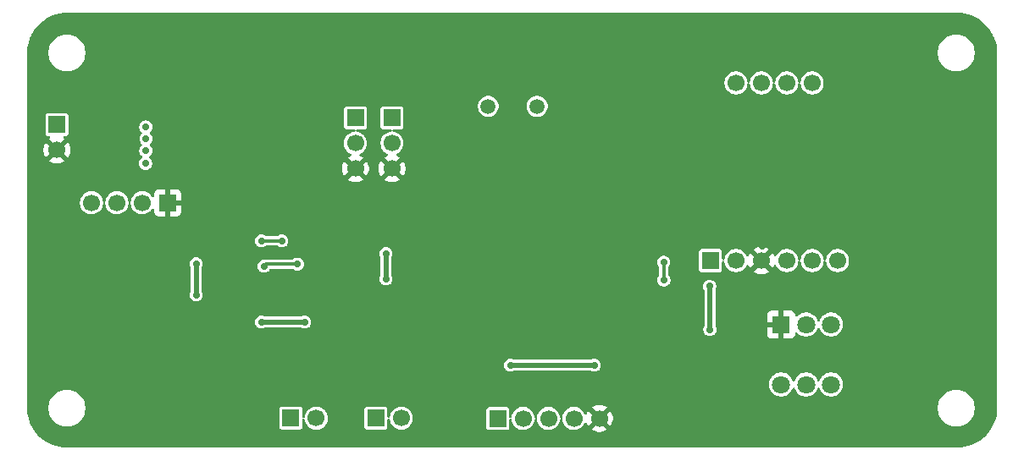
<source format=gbr>
%TF.GenerationSoftware,KiCad,Pcbnew,9.0.2*%
%TF.CreationDate,2025-06-19T19:06:17-05:00*%
%TF.ProjectId,balance_bot,62616c61-6e63-4655-9f62-6f742e6b6963,rev?*%
%TF.SameCoordinates,Original*%
%TF.FileFunction,Copper,L2,Bot*%
%TF.FilePolarity,Positive*%
%FSLAX46Y46*%
G04 Gerber Fmt 4.6, Leading zero omitted, Abs format (unit mm)*
G04 Created by KiCad (PCBNEW 9.0.2) date 2025-06-19 19:06:17*
%MOMM*%
%LPD*%
G01*
G04 APERTURE LIST*
%TA.AperFunction,ComponentPad*%
%ADD10R,1.700000X1.700000*%
%TD*%
%TA.AperFunction,ComponentPad*%
%ADD11C,1.700000*%
%TD*%
%TA.AperFunction,ComponentPad*%
%ADD12C,1.500000*%
%TD*%
%TA.AperFunction,ComponentPad*%
%ADD13R,1.800000X1.800000*%
%TD*%
%TA.AperFunction,ComponentPad*%
%ADD14C,1.800000*%
%TD*%
%TA.AperFunction,ViaPad*%
%ADD15C,0.700000*%
%TD*%
%TA.AperFunction,Conductor*%
%ADD16C,0.300000*%
%TD*%
%TA.AperFunction,Conductor*%
%ADD17C,0.500000*%
%TD*%
G04 APERTURE END LIST*
D10*
%TO.P,J5,1,Pin_1*%
%TO.N,Net-(J5-Pin_1)*%
X134894000Y-116561000D03*
D11*
%TO.P,J5,2,Pin_2*%
%TO.N,Net-(J5-Pin_2)*%
X137434000Y-116561000D03*
%TD*%
D10*
%TO.P,J6,1,Pin_1*%
%TO.N,Net-(J6-Pin_1)*%
X126394000Y-116561000D03*
D11*
%TO.P,J6,2,Pin_2*%
%TO.N,Net-(J6-Pin_2)*%
X128934000Y-116561000D03*
%TD*%
D10*
%TO.P,J1,1,Pin_1*%
%TO.N,/ENCODER_B*%
X132842000Y-86500000D03*
D11*
%TO.P,J1,2,Pin_2*%
%TO.N,+3.3V*%
X132842000Y-89040000D03*
%TO.P,J1,3,Pin_3*%
%TO.N,GND*%
X132842000Y-91580000D03*
%TD*%
%TO.P,J3,5,Pin_5*%
%TO.N,GND*%
X157226000Y-116586000D03*
%TO.P,J3,4,Pin_4*%
%TO.N,/SWCLK*%
X154686000Y-116586000D03*
%TO.P,J3,3,Pin_3*%
%TO.N,/NRST*%
X152146000Y-116586000D03*
%TO.P,J3,2,Pin_2*%
%TO.N,/SWDIO*%
X149606000Y-116586000D03*
D10*
%TO.P,J3,1,Pin_1*%
%TO.N,+3.3V*%
X147066000Y-116586000D03*
%TD*%
D11*
%TO.P,U2,4,EN*%
%TO.N,/VIN*%
X106460000Y-95000000D03*
%TO.P,U2,3,VIN*%
X109000000Y-95000000D03*
%TO.P,U2,2,5V*%
%TO.N,+5V*%
X111540000Y-95000000D03*
D10*
%TO.P,U2,1,GND*%
%TO.N,GND*%
X114080000Y-95000000D03*
%TD*%
%TO.P,U5,1,VIN*%
%TO.N,+5V*%
X168340000Y-100780000D03*
D11*
%TO.P,U5,2,3VO*%
%TO.N,unconnected-(U5-3VO-Pad2)*%
X170880000Y-100780000D03*
%TO.P,U5,3,GND*%
%TO.N,GND*%
X173420000Y-100780000D03*
%TO.P,U5,4,SDA*%
%TO.N,/I2C1_SDA*%
X175960000Y-100780000D03*
%TO.P,U5,5,SCL*%
%TO.N,/I2C1_SCL*%
X178500000Y-100780000D03*
%TO.P,U5,6,RST*%
%TO.N,unconnected-(U5-RST-Pad6)*%
X181040000Y-100780000D03*
%TO.P,U5,7,INT*%
%TO.N,unconnected-(U5-INT-Pad7)*%
X178500000Y-83000000D03*
%TO.P,U5,8,ADDR*%
%TO.N,unconnected-(U5-ADDR-Pad8)*%
X175960000Y-83000000D03*
%TO.P,U5,9,PS1*%
%TO.N,unconnected-(U5-PS1-Pad9)*%
X173420000Y-83000000D03*
%TO.P,U5,10,PS0*%
%TO.N,unconnected-(U5-PS0-Pad10)*%
X170880000Y-83000000D03*
%TD*%
D12*
%TO.P,Y1,1,1*%
%TO.N,/HSE_IN*%
X151000000Y-85340000D03*
%TO.P,Y1,2,2*%
%TO.N,/HSE_OUT*%
X146120000Y-85340000D03*
%TD*%
D13*
%TO.P,SW1,1,1*%
%TO.N,GND*%
X175390800Y-107188000D03*
D14*
%TO.P,SW1,2,2*%
%TO.N,/NRST*%
X177890800Y-107188000D03*
%TO.P,SW1,3*%
%TO.N,N/C*%
X180390800Y-107188000D03*
%TO.P,SW1,4*%
X175390800Y-113188000D03*
%TO.P,SW1,5*%
X177890800Y-113188000D03*
%TO.P,SW1,6*%
X180390800Y-113188000D03*
%TD*%
D10*
%TO.P,J4,1,Pin_1*%
%TO.N,Net-(J4-Pin_1)*%
X103000000Y-87175000D03*
D11*
%TO.P,J4,2,Pin_2*%
%TO.N,GND*%
X103000000Y-89715000D03*
%TD*%
D10*
%TO.P,J2,1,Pin_1*%
%TO.N,/ENCODER_A*%
X136500000Y-86500000D03*
D11*
%TO.P,J2,2,Pin_2*%
%TO.N,+3.3V*%
X136500000Y-89040000D03*
%TO.P,J2,3,Pin_3*%
%TO.N,GND*%
X136500000Y-91580000D03*
%TD*%
D15*
%TO.N,GND*%
X165176200Y-108915200D03*
%TO.N,+3.3V*%
X163652200Y-100965000D03*
%TO.N,+5V*%
X168249600Y-103352600D03*
X168275000Y-107696000D03*
%TO.N,+3.3V*%
X163677600Y-102731800D03*
X116916200Y-104216200D03*
X116916200Y-101092000D03*
%TO.N,GND*%
X132334000Y-102108000D03*
%TO.N,+5V*%
X156718000Y-111252000D03*
X148336000Y-111252000D03*
%TO.N,GND*%
X158750000Y-114808000D03*
%TO.N,Net-(U4-BISEN)*%
X123698000Y-101346000D03*
X127047275Y-101139275D03*
%TO.N,Net-(U4-AISEN)*%
X125476000Y-98806000D03*
X123444000Y-98806000D03*
%TO.N,GND*%
X126492000Y-87376000D03*
X138938000Y-91694000D03*
X108204000Y-90678000D03*
X130810000Y-105410000D03*
%TO.N,+5V*%
X127762000Y-106934000D03*
X123444000Y-106934000D03*
%TO.N,GND*%
X142748000Y-106172000D03*
X160528000Y-98806000D03*
X173482000Y-99314000D03*
X144272000Y-88646000D03*
X158496000Y-103886000D03*
X130810000Y-102108000D03*
X121920000Y-97131500D03*
%TO.N,+5V*%
X135890000Y-102616000D03*
X135890000Y-100076000D03*
%TO.N,GND*%
X150622000Y-103886000D03*
X144018000Y-102870000D03*
X156210000Y-94234000D03*
X149606000Y-91186000D03*
%TO.N,*%
X111861600Y-91059000D03*
X111887000Y-89789000D03*
X111887000Y-87401400D03*
X111912400Y-88595200D03*
%TD*%
D16*
%TO.N,+3.3V*%
X163652200Y-100965000D02*
X163652200Y-102706400D01*
X163652200Y-102706400D02*
X163677600Y-102731800D01*
D17*
%TO.N,+5V*%
X168275000Y-103378000D02*
X168249600Y-103352600D01*
X168275000Y-107696000D02*
X168275000Y-103378000D01*
%TO.N,+3.3V*%
X116916200Y-101092000D02*
X116916200Y-104216200D01*
%TO.N,+5V*%
X156718000Y-111252000D02*
X148336000Y-111252000D01*
D16*
%TO.N,Net-(U4-BISEN)*%
X123904725Y-101139275D02*
X123698000Y-101346000D01*
X127047275Y-101139275D02*
X123904725Y-101139275D01*
%TO.N,Net-(U4-AISEN)*%
X123444000Y-98806000D02*
X125476000Y-98806000D01*
D17*
%TO.N,+5V*%
X123444000Y-106934000D02*
X127762000Y-106934000D01*
X135890000Y-102616000D02*
X135890000Y-100076000D01*
%TD*%
%TA.AperFunction,Conductor*%
%TO.N,GND*%
G36*
X193002855Y-76000632D02*
G01*
X193363310Y-76017296D01*
X193374700Y-76018352D01*
X193729238Y-76067808D01*
X193740482Y-76069910D01*
X194088944Y-76151867D01*
X194099934Y-76154994D01*
X194439368Y-76268761D01*
X194450022Y-76272889D01*
X194777488Y-76417479D01*
X194787735Y-76422581D01*
X195100452Y-76596765D01*
X195110190Y-76602794D01*
X195405512Y-76805093D01*
X195414652Y-76811996D01*
X195690035Y-77040671D01*
X195698499Y-77048387D01*
X195951612Y-77301500D01*
X195959328Y-77309964D01*
X196188003Y-77585347D01*
X196194906Y-77594487D01*
X196397205Y-77889809D01*
X196403234Y-77899547D01*
X196577418Y-78212264D01*
X196582523Y-78222517D01*
X196686528Y-78458067D01*
X196727105Y-78549964D01*
X196731243Y-78560644D01*
X196845001Y-78900052D01*
X196848135Y-78911068D01*
X196930087Y-79259509D01*
X196932192Y-79270768D01*
X196981646Y-79625292D01*
X196982703Y-79636696D01*
X196999368Y-79997144D01*
X196999500Y-80002871D01*
X196999500Y-115497128D01*
X196999368Y-115502855D01*
X196982703Y-115863303D01*
X196981646Y-115874707D01*
X196932192Y-116229231D01*
X196930087Y-116240490D01*
X196848135Y-116588931D01*
X196845001Y-116599947D01*
X196731243Y-116939355D01*
X196727105Y-116950035D01*
X196582523Y-117277482D01*
X196577418Y-117287735D01*
X196403234Y-117600452D01*
X196397205Y-117610190D01*
X196194906Y-117905512D01*
X196188003Y-117914652D01*
X195959328Y-118190035D01*
X195951612Y-118198499D01*
X195698499Y-118451612D01*
X195690035Y-118459328D01*
X195414652Y-118688003D01*
X195405512Y-118694906D01*
X195110190Y-118897205D01*
X195100452Y-118903234D01*
X194787735Y-119077418D01*
X194777482Y-119082523D01*
X194450035Y-119227105D01*
X194439355Y-119231243D01*
X194099947Y-119345001D01*
X194088931Y-119348135D01*
X193740490Y-119430087D01*
X193729231Y-119432192D01*
X193374707Y-119481646D01*
X193363303Y-119482703D01*
X193002855Y-119499368D01*
X192997128Y-119499500D01*
X104002872Y-119499500D01*
X103997145Y-119499368D01*
X103636696Y-119482703D01*
X103625292Y-119481646D01*
X103270768Y-119432192D01*
X103259509Y-119430087D01*
X102911068Y-119348135D01*
X102900052Y-119345001D01*
X102560644Y-119231243D01*
X102549964Y-119227105D01*
X102222517Y-119082523D01*
X102212264Y-119077418D01*
X101899547Y-118903234D01*
X101889809Y-118897205D01*
X101594487Y-118694906D01*
X101585347Y-118688003D01*
X101309964Y-118459328D01*
X101301500Y-118451612D01*
X101048387Y-118198499D01*
X101040671Y-118190035D01*
X100811994Y-117914649D01*
X100805093Y-117905512D01*
X100602794Y-117610190D01*
X100596765Y-117600452D01*
X100449183Y-117335494D01*
X100422579Y-117287731D01*
X100417476Y-117277482D01*
X100378405Y-117188994D01*
X100272889Y-116950022D01*
X100268761Y-116939368D01*
X100154994Y-116599934D01*
X100151867Y-116588944D01*
X100069910Y-116240482D01*
X100067807Y-116229231D01*
X100057606Y-116156104D01*
X100018352Y-115874700D01*
X100017296Y-115863303D01*
X100014901Y-115811505D01*
X100000632Y-115502855D01*
X100000500Y-115497128D01*
X100000500Y-115438711D01*
X102149500Y-115438711D01*
X102149500Y-115681288D01*
X102181161Y-115921785D01*
X102243947Y-116156104D01*
X102310423Y-116316591D01*
X102336776Y-116380212D01*
X102458064Y-116590289D01*
X102458066Y-116590292D01*
X102458067Y-116590293D01*
X102605733Y-116782736D01*
X102605739Y-116782743D01*
X102777256Y-116954260D01*
X102777262Y-116954265D01*
X102969711Y-117101936D01*
X103179788Y-117223224D01*
X103403900Y-117316054D01*
X103638211Y-117378838D01*
X103818586Y-117402584D01*
X103878711Y-117410500D01*
X103878712Y-117410500D01*
X104121289Y-117410500D01*
X104169388Y-117404167D01*
X104361789Y-117378838D01*
X104596100Y-117316054D01*
X104820212Y-117223224D01*
X105030289Y-117101936D01*
X105222738Y-116954265D01*
X105394265Y-116782738D01*
X105541936Y-116590289D01*
X105663224Y-116380212D01*
X105756054Y-116156100D01*
X105818838Y-115921789D01*
X105850500Y-115681288D01*
X105850500Y-115666131D01*
X125243500Y-115666131D01*
X125243500Y-117455856D01*
X125243502Y-117455882D01*
X125246413Y-117480987D01*
X125246415Y-117480991D01*
X125291793Y-117583764D01*
X125291794Y-117583765D01*
X125371235Y-117663206D01*
X125474009Y-117708585D01*
X125499135Y-117711500D01*
X127288864Y-117711499D01*
X127288879Y-117711497D01*
X127288882Y-117711497D01*
X127313987Y-117708586D01*
X127313988Y-117708585D01*
X127313991Y-117708585D01*
X127416765Y-117663206D01*
X127496206Y-117583765D01*
X127541585Y-117480991D01*
X127544500Y-117455865D01*
X127544499Y-116718125D01*
X127564183Y-116651089D01*
X127616987Y-116605334D01*
X127686146Y-116595390D01*
X127749702Y-116624415D01*
X127787476Y-116683193D01*
X127790972Y-116698729D01*
X127811829Y-116830410D01*
X127867787Y-117002636D01*
X127867788Y-117002639D01*
X127950006Y-117163997D01*
X128056441Y-117310494D01*
X128056445Y-117310499D01*
X128184500Y-117438554D01*
X128184505Y-117438558D01*
X128312287Y-117531396D01*
X128331006Y-117544996D01*
X128407094Y-117583765D01*
X128492360Y-117627211D01*
X128492363Y-117627212D01*
X128569304Y-117652211D01*
X128664591Y-117683171D01*
X128747429Y-117696291D01*
X128843449Y-117711500D01*
X128843454Y-117711500D01*
X129024551Y-117711500D01*
X129111259Y-117697765D01*
X129203409Y-117683171D01*
X129375639Y-117627211D01*
X129536994Y-117544996D01*
X129683501Y-117438553D01*
X129811553Y-117310501D01*
X129917996Y-117163994D01*
X130000211Y-117002639D01*
X130056171Y-116830409D01*
X130070765Y-116738259D01*
X130084500Y-116651551D01*
X130084500Y-116470448D01*
X130068019Y-116366397D01*
X130056171Y-116291591D01*
X130016556Y-116169666D01*
X130000212Y-116119363D01*
X130000211Y-116119360D01*
X129971740Y-116063484D01*
X129917996Y-115958006D01*
X129860195Y-115878449D01*
X129811558Y-115811505D01*
X129811554Y-115811500D01*
X129683499Y-115683445D01*
X129683494Y-115683441D01*
X129659669Y-115666131D01*
X133743500Y-115666131D01*
X133743500Y-117455856D01*
X133743502Y-117455882D01*
X133746413Y-117480987D01*
X133746415Y-117480991D01*
X133791793Y-117583764D01*
X133791794Y-117583765D01*
X133871235Y-117663206D01*
X133974009Y-117708585D01*
X133999135Y-117711500D01*
X135788864Y-117711499D01*
X135788879Y-117711497D01*
X135788882Y-117711497D01*
X135813987Y-117708586D01*
X135813988Y-117708585D01*
X135813991Y-117708585D01*
X135916765Y-117663206D01*
X135996206Y-117583765D01*
X136041585Y-117480991D01*
X136044500Y-117455865D01*
X136044499Y-116718125D01*
X136064183Y-116651089D01*
X136116987Y-116605334D01*
X136186146Y-116595390D01*
X136249702Y-116624415D01*
X136287476Y-116683193D01*
X136290972Y-116698729D01*
X136311829Y-116830410D01*
X136367787Y-117002636D01*
X136367788Y-117002639D01*
X136450006Y-117163997D01*
X136556441Y-117310494D01*
X136556445Y-117310499D01*
X136684500Y-117438554D01*
X136684505Y-117438558D01*
X136812287Y-117531396D01*
X136831006Y-117544996D01*
X136907094Y-117583765D01*
X136992360Y-117627211D01*
X136992363Y-117627212D01*
X137069304Y-117652211D01*
X137164591Y-117683171D01*
X137247429Y-117696291D01*
X137343449Y-117711500D01*
X137343454Y-117711500D01*
X137524551Y-117711500D01*
X137611259Y-117697765D01*
X137703409Y-117683171D01*
X137875639Y-117627211D01*
X138036994Y-117544996D01*
X138183501Y-117438553D01*
X138311553Y-117310501D01*
X138417996Y-117163994D01*
X138500211Y-117002639D01*
X138556171Y-116830409D01*
X138570765Y-116738259D01*
X138584500Y-116651551D01*
X138584500Y-116470448D01*
X138568019Y-116366397D01*
X138556171Y-116291591D01*
X138516556Y-116169666D01*
X138500212Y-116119363D01*
X138500211Y-116119360D01*
X138471740Y-116063484D01*
X138417996Y-115958006D01*
X138360195Y-115878449D01*
X138311558Y-115811505D01*
X138311554Y-115811500D01*
X138191185Y-115691131D01*
X145915500Y-115691131D01*
X145915500Y-117480856D01*
X145915502Y-117480882D01*
X145918413Y-117505987D01*
X145918415Y-117505991D01*
X145963793Y-117608764D01*
X145963794Y-117608765D01*
X146043235Y-117688206D01*
X146146009Y-117733585D01*
X146171135Y-117736500D01*
X147960864Y-117736499D01*
X147960879Y-117736497D01*
X147960882Y-117736497D01*
X147985987Y-117733586D01*
X147985988Y-117733585D01*
X147985991Y-117733585D01*
X148088765Y-117688206D01*
X148168206Y-117608765D01*
X148213585Y-117505991D01*
X148216500Y-117480865D01*
X148216499Y-116743125D01*
X148236183Y-116676089D01*
X148288987Y-116630334D01*
X148358146Y-116620390D01*
X148421702Y-116649415D01*
X148459476Y-116708193D01*
X148462972Y-116723729D01*
X148483829Y-116855410D01*
X148539787Y-117027636D01*
X148539788Y-117027639D01*
X148595664Y-117137300D01*
X148609267Y-117163997D01*
X148622006Y-117188997D01*
X148728441Y-117335494D01*
X148728445Y-117335499D01*
X148856500Y-117463554D01*
X148856505Y-117463558D01*
X148968592Y-117544993D01*
X149003006Y-117569996D01*
X149079094Y-117608765D01*
X149164360Y-117652211D01*
X149164363Y-117652212D01*
X149250476Y-117680191D01*
X149336591Y-117708171D01*
X149419429Y-117721291D01*
X149515449Y-117736500D01*
X149515454Y-117736500D01*
X149696551Y-117736500D01*
X149783259Y-117722765D01*
X149875409Y-117708171D01*
X150047639Y-117652211D01*
X150208994Y-117569996D01*
X150355501Y-117463553D01*
X150483553Y-117335501D01*
X150589996Y-117188994D01*
X150672211Y-117027639D01*
X150728171Y-116855409D01*
X150742422Y-116765425D01*
X150753527Y-116695321D01*
X150783456Y-116632186D01*
X150842768Y-116595255D01*
X150912630Y-116596253D01*
X150970863Y-116634863D01*
X150998473Y-116695321D01*
X151023829Y-116855410D01*
X151079787Y-117027636D01*
X151079788Y-117027639D01*
X151135664Y-117137300D01*
X151149267Y-117163997D01*
X151162006Y-117188997D01*
X151268441Y-117335494D01*
X151268445Y-117335499D01*
X151396500Y-117463554D01*
X151396505Y-117463558D01*
X151508592Y-117544993D01*
X151543006Y-117569996D01*
X151619094Y-117608765D01*
X151704360Y-117652211D01*
X151704363Y-117652212D01*
X151790476Y-117680191D01*
X151876591Y-117708171D01*
X151959429Y-117721291D01*
X152055449Y-117736500D01*
X152055454Y-117736500D01*
X152236551Y-117736500D01*
X152323259Y-117722765D01*
X152415409Y-117708171D01*
X152587639Y-117652211D01*
X152748994Y-117569996D01*
X152895501Y-117463553D01*
X153023553Y-117335501D01*
X153129996Y-117188994D01*
X153212211Y-117027639D01*
X153268171Y-116855409D01*
X153282422Y-116765425D01*
X153293527Y-116695321D01*
X153323456Y-116632186D01*
X153382768Y-116595255D01*
X153452630Y-116596253D01*
X153510863Y-116634863D01*
X153538473Y-116695321D01*
X153563829Y-116855410D01*
X153619787Y-117027636D01*
X153619788Y-117027639D01*
X153675664Y-117137300D01*
X153689267Y-117163997D01*
X153702006Y-117188997D01*
X153808441Y-117335494D01*
X153808445Y-117335499D01*
X153936500Y-117463554D01*
X153936505Y-117463558D01*
X154048592Y-117544993D01*
X154083006Y-117569996D01*
X154159094Y-117608765D01*
X154244360Y-117652211D01*
X154244363Y-117652212D01*
X154330476Y-117680191D01*
X154416591Y-117708171D01*
X154499429Y-117721291D01*
X154595449Y-117736500D01*
X154595454Y-117736500D01*
X154776551Y-117736500D01*
X154863259Y-117722765D01*
X154955409Y-117708171D01*
X155127639Y-117652211D01*
X155288994Y-117569996D01*
X155411500Y-117480991D01*
X155435495Y-117463558D01*
X155435497Y-117463555D01*
X155435501Y-117463553D01*
X155563553Y-117335501D01*
X155669996Y-117188994D01*
X155737090Y-117057314D01*
X155785065Y-117006519D01*
X155852886Y-116989724D01*
X155919021Y-117012262D01*
X155962472Y-117066977D01*
X155965506Y-117075292D01*
X155974904Y-117104217D01*
X156071375Y-117293550D01*
X156110728Y-117347716D01*
X156743037Y-116715408D01*
X156760075Y-116778993D01*
X156825901Y-116893007D01*
X156918993Y-116986099D01*
X157033007Y-117051925D01*
X157096590Y-117068962D01*
X156464282Y-117701269D01*
X156464282Y-117701270D01*
X156518449Y-117740624D01*
X156707782Y-117837095D01*
X156909870Y-117902757D01*
X157119754Y-117936000D01*
X157332246Y-117936000D01*
X157542127Y-117902757D01*
X157542130Y-117902757D01*
X157744217Y-117837095D01*
X157933554Y-117740622D01*
X157987716Y-117701270D01*
X157987717Y-117701270D01*
X157355408Y-117068962D01*
X157418993Y-117051925D01*
X157533007Y-116986099D01*
X157626099Y-116893007D01*
X157691925Y-116778993D01*
X157708962Y-116715409D01*
X158341270Y-117347717D01*
X158341270Y-117347716D01*
X158380622Y-117293554D01*
X158477095Y-117104217D01*
X158542757Y-116902130D01*
X158542757Y-116902127D01*
X158576000Y-116692246D01*
X158576000Y-116479753D01*
X158542757Y-116269872D01*
X158542757Y-116269869D01*
X158477095Y-116067782D01*
X158380624Y-115878449D01*
X158341270Y-115824282D01*
X158341269Y-115824282D01*
X157708962Y-116456590D01*
X157691925Y-116393007D01*
X157626099Y-116278993D01*
X157533007Y-116185901D01*
X157418993Y-116120075D01*
X157355409Y-116103037D01*
X157987716Y-115470728D01*
X157943647Y-115438711D01*
X191049500Y-115438711D01*
X191049500Y-115681288D01*
X191081161Y-115921785D01*
X191143947Y-116156104D01*
X191210423Y-116316591D01*
X191236776Y-116380212D01*
X191358064Y-116590289D01*
X191358066Y-116590292D01*
X191358067Y-116590293D01*
X191505733Y-116782736D01*
X191505739Y-116782743D01*
X191677256Y-116954260D01*
X191677262Y-116954265D01*
X191869711Y-117101936D01*
X192079788Y-117223224D01*
X192303900Y-117316054D01*
X192538211Y-117378838D01*
X192718586Y-117402584D01*
X192778711Y-117410500D01*
X192778712Y-117410500D01*
X193021289Y-117410500D01*
X193069388Y-117404167D01*
X193261789Y-117378838D01*
X193496100Y-117316054D01*
X193720212Y-117223224D01*
X193930289Y-117101936D01*
X194122738Y-116954265D01*
X194294265Y-116782738D01*
X194441936Y-116590289D01*
X194563224Y-116380212D01*
X194656054Y-116156100D01*
X194718838Y-115921789D01*
X194750500Y-115681288D01*
X194750500Y-115438712D01*
X194750077Y-115435502D01*
X194718838Y-115198214D01*
X194718838Y-115198211D01*
X194656054Y-114963900D01*
X194563224Y-114739788D01*
X194441936Y-114529711D01*
X194294265Y-114337262D01*
X194294260Y-114337256D01*
X194122743Y-114165739D01*
X194122736Y-114165733D01*
X193930293Y-114018067D01*
X193930292Y-114018066D01*
X193930289Y-114018064D01*
X193720212Y-113896776D01*
X193720205Y-113896773D01*
X193496104Y-113803947D01*
X193261785Y-113741161D01*
X193021289Y-113709500D01*
X193021288Y-113709500D01*
X192778712Y-113709500D01*
X192778711Y-113709500D01*
X192538214Y-113741161D01*
X192303895Y-113803947D01*
X192079794Y-113896773D01*
X192079785Y-113896777D01*
X191869706Y-114018067D01*
X191677263Y-114165733D01*
X191677256Y-114165739D01*
X191505739Y-114337256D01*
X191505733Y-114337263D01*
X191358067Y-114529706D01*
X191236777Y-114739785D01*
X191236773Y-114739794D01*
X191143947Y-114963895D01*
X191081161Y-115198214D01*
X191049500Y-115438711D01*
X157943647Y-115438711D01*
X157933550Y-115431375D01*
X157744217Y-115334904D01*
X157542129Y-115269242D01*
X157332246Y-115236000D01*
X157119754Y-115236000D01*
X156909872Y-115269242D01*
X156909869Y-115269242D01*
X156707782Y-115334904D01*
X156518439Y-115431380D01*
X156464282Y-115470727D01*
X156464282Y-115470728D01*
X157096591Y-116103037D01*
X157033007Y-116120075D01*
X156918993Y-116185901D01*
X156825901Y-116278993D01*
X156760075Y-116393007D01*
X156743037Y-116456591D01*
X156110728Y-115824282D01*
X156110727Y-115824282D01*
X156071380Y-115878439D01*
X155974905Y-116067781D01*
X155965506Y-116096708D01*
X155926068Y-116154383D01*
X155861709Y-116181581D01*
X155792862Y-116169666D01*
X155741387Y-116122421D01*
X155737090Y-116114684D01*
X155713191Y-116067781D01*
X155669996Y-115983006D01*
X155651830Y-115958002D01*
X155563558Y-115836505D01*
X155563554Y-115836500D01*
X155435499Y-115708445D01*
X155435494Y-115708441D01*
X155311432Y-115618305D01*
X155288996Y-115602005D01*
X155127639Y-115519788D01*
X155127636Y-115519787D01*
X154955410Y-115463829D01*
X154776551Y-115435500D01*
X154776546Y-115435500D01*
X154595454Y-115435500D01*
X154595449Y-115435500D01*
X154416589Y-115463829D01*
X154244363Y-115519787D01*
X154244360Y-115519788D01*
X154083002Y-115602006D01*
X153936505Y-115708441D01*
X153936500Y-115708445D01*
X153808445Y-115836500D01*
X153808441Y-115836505D01*
X153702006Y-115983002D01*
X153619788Y-116144360D01*
X153619787Y-116144363D01*
X153563829Y-116316589D01*
X153538473Y-116476678D01*
X153508544Y-116539813D01*
X153449232Y-116576744D01*
X153379369Y-116575746D01*
X153321137Y-116537136D01*
X153293527Y-116476678D01*
X153278248Y-116380214D01*
X153268171Y-116316591D01*
X153225708Y-116185901D01*
X153212212Y-116144363D01*
X153212211Y-116144360D01*
X153173191Y-116067781D01*
X153129996Y-115983006D01*
X153111830Y-115958002D01*
X153023558Y-115836505D01*
X153023554Y-115836500D01*
X152895499Y-115708445D01*
X152895494Y-115708441D01*
X152748997Y-115602006D01*
X152748996Y-115602005D01*
X152748994Y-115602004D01*
X152672906Y-115563235D01*
X152587639Y-115519788D01*
X152587636Y-115519787D01*
X152415410Y-115463829D01*
X152236551Y-115435500D01*
X152236546Y-115435500D01*
X152055454Y-115435500D01*
X152055449Y-115435500D01*
X151876589Y-115463829D01*
X151704363Y-115519787D01*
X151704360Y-115519788D01*
X151543002Y-115602006D01*
X151396505Y-115708441D01*
X151396500Y-115708445D01*
X151268445Y-115836500D01*
X151268441Y-115836505D01*
X151162006Y-115983002D01*
X151079788Y-116144360D01*
X151079787Y-116144363D01*
X151023829Y-116316589D01*
X150998473Y-116476678D01*
X150968544Y-116539813D01*
X150909232Y-116576744D01*
X150839369Y-116575746D01*
X150781137Y-116537136D01*
X150753527Y-116476678D01*
X150738248Y-116380214D01*
X150728171Y-116316591D01*
X150685708Y-116185901D01*
X150672212Y-116144363D01*
X150672211Y-116144360D01*
X150633191Y-116067781D01*
X150589996Y-115983006D01*
X150571830Y-115958002D01*
X150483558Y-115836505D01*
X150483554Y-115836500D01*
X150355499Y-115708445D01*
X150355494Y-115708441D01*
X150208997Y-115602006D01*
X150208996Y-115602005D01*
X150208994Y-115602004D01*
X150132906Y-115563235D01*
X150047639Y-115519788D01*
X150047636Y-115519787D01*
X149875410Y-115463829D01*
X149696551Y-115435500D01*
X149696546Y-115435500D01*
X149515454Y-115435500D01*
X149515449Y-115435500D01*
X149336589Y-115463829D01*
X149164363Y-115519787D01*
X149164360Y-115519788D01*
X149003002Y-115602006D01*
X148856505Y-115708441D01*
X148856500Y-115708445D01*
X148728445Y-115836500D01*
X148728441Y-115836505D01*
X148622006Y-115983002D01*
X148539788Y-116144360D01*
X148539787Y-116144363D01*
X148483829Y-116316589D01*
X148462972Y-116448271D01*
X148433042Y-116511405D01*
X148373731Y-116548336D01*
X148303868Y-116547338D01*
X148245636Y-116508728D01*
X148217522Y-116444764D01*
X148216499Y-116428872D01*
X148216499Y-115691143D01*
X148216499Y-115691136D01*
X148216497Y-115691117D01*
X148213586Y-115666012D01*
X148213585Y-115666010D01*
X148213585Y-115666009D01*
X148168206Y-115563235D01*
X148088765Y-115483794D01*
X148088763Y-115483793D01*
X147985992Y-115438415D01*
X147960865Y-115435500D01*
X146171143Y-115435500D01*
X146171117Y-115435502D01*
X146146012Y-115438413D01*
X146146008Y-115438415D01*
X146043235Y-115483793D01*
X145963794Y-115563234D01*
X145918415Y-115666006D01*
X145918415Y-115666008D01*
X145915500Y-115691131D01*
X138191185Y-115691131D01*
X138183499Y-115683445D01*
X138183494Y-115683441D01*
X138036997Y-115577006D01*
X138036996Y-115577005D01*
X138036994Y-115577004D01*
X137960906Y-115538235D01*
X137875639Y-115494788D01*
X137875636Y-115494787D01*
X137703410Y-115438829D01*
X137524551Y-115410500D01*
X137524546Y-115410500D01*
X137343454Y-115410500D01*
X137343449Y-115410500D01*
X137164589Y-115438829D01*
X136992363Y-115494787D01*
X136992360Y-115494788D01*
X136831002Y-115577006D01*
X136684505Y-115683441D01*
X136684500Y-115683445D01*
X136556445Y-115811500D01*
X136556441Y-115811505D01*
X136450006Y-115958002D01*
X136367788Y-116119360D01*
X136367787Y-116119363D01*
X136311829Y-116291589D01*
X136290972Y-116423271D01*
X136261042Y-116486405D01*
X136201731Y-116523336D01*
X136131868Y-116522338D01*
X136073636Y-116483728D01*
X136045522Y-116419764D01*
X136044499Y-116403872D01*
X136044499Y-115666143D01*
X136044499Y-115666136D01*
X136044484Y-115666006D01*
X136041586Y-115641012D01*
X136041585Y-115641010D01*
X136041585Y-115641009D01*
X135996206Y-115538235D01*
X135916765Y-115458794D01*
X135916763Y-115458793D01*
X135813992Y-115413415D01*
X135788865Y-115410500D01*
X133999143Y-115410500D01*
X133999117Y-115410502D01*
X133974012Y-115413413D01*
X133974008Y-115413415D01*
X133871235Y-115458793D01*
X133791794Y-115538234D01*
X133746415Y-115641006D01*
X133746415Y-115641008D01*
X133743500Y-115666131D01*
X129659669Y-115666131D01*
X129536997Y-115577006D01*
X129536996Y-115577005D01*
X129536994Y-115577004D01*
X129460906Y-115538235D01*
X129375639Y-115494788D01*
X129375636Y-115494787D01*
X129203410Y-115438829D01*
X129024551Y-115410500D01*
X129024546Y-115410500D01*
X128843454Y-115410500D01*
X128843449Y-115410500D01*
X128664589Y-115438829D01*
X128492363Y-115494787D01*
X128492360Y-115494788D01*
X128331002Y-115577006D01*
X128184505Y-115683441D01*
X128184500Y-115683445D01*
X128056445Y-115811500D01*
X128056441Y-115811505D01*
X127950006Y-115958002D01*
X127867788Y-116119360D01*
X127867787Y-116119363D01*
X127811829Y-116291589D01*
X127790972Y-116423271D01*
X127761042Y-116486405D01*
X127701731Y-116523336D01*
X127631868Y-116522338D01*
X127573636Y-116483728D01*
X127545522Y-116419764D01*
X127544499Y-116403872D01*
X127544499Y-115666143D01*
X127544499Y-115666136D01*
X127544484Y-115666006D01*
X127541586Y-115641012D01*
X127541585Y-115641010D01*
X127541585Y-115641009D01*
X127496206Y-115538235D01*
X127416765Y-115458794D01*
X127416763Y-115458793D01*
X127313992Y-115413415D01*
X127288865Y-115410500D01*
X125499143Y-115410500D01*
X125499117Y-115410502D01*
X125474012Y-115413413D01*
X125474008Y-115413415D01*
X125371235Y-115458793D01*
X125291794Y-115538234D01*
X125246415Y-115641006D01*
X125246415Y-115641008D01*
X125243500Y-115666131D01*
X105850500Y-115666131D01*
X105850500Y-115438712D01*
X105850077Y-115435502D01*
X105818838Y-115198214D01*
X105818838Y-115198211D01*
X105756054Y-114963900D01*
X105663224Y-114739788D01*
X105541936Y-114529711D01*
X105394265Y-114337262D01*
X105394260Y-114337256D01*
X105222743Y-114165739D01*
X105222736Y-114165733D01*
X105030293Y-114018067D01*
X105030292Y-114018066D01*
X105030289Y-114018064D01*
X104820212Y-113896776D01*
X104820205Y-113896773D01*
X104596104Y-113803947D01*
X104361785Y-113741161D01*
X104121289Y-113709500D01*
X104121288Y-113709500D01*
X103878712Y-113709500D01*
X103878711Y-113709500D01*
X103638214Y-113741161D01*
X103403895Y-113803947D01*
X103179794Y-113896773D01*
X103179785Y-113896777D01*
X102969706Y-114018067D01*
X102777263Y-114165733D01*
X102777256Y-114165739D01*
X102605739Y-114337256D01*
X102605733Y-114337263D01*
X102458067Y-114529706D01*
X102336777Y-114739785D01*
X102336773Y-114739794D01*
X102243947Y-114963895D01*
X102181161Y-115198214D01*
X102149500Y-115438711D01*
X100000500Y-115438711D01*
X100000500Y-113093513D01*
X174190300Y-113093513D01*
X174190300Y-113282486D01*
X174219859Y-113469118D01*
X174278254Y-113648836D01*
X174325297Y-113741162D01*
X174364040Y-113817199D01*
X174475110Y-113970073D01*
X174608727Y-114103690D01*
X174761601Y-114214760D01*
X174841147Y-114255290D01*
X174929963Y-114300545D01*
X174929965Y-114300545D01*
X174929968Y-114300547D01*
X175026297Y-114331846D01*
X175109681Y-114358940D01*
X175296314Y-114388500D01*
X175296319Y-114388500D01*
X175485286Y-114388500D01*
X175671918Y-114358940D01*
X175851632Y-114300547D01*
X176019999Y-114214760D01*
X176172873Y-114103690D01*
X176306490Y-113970073D01*
X176417560Y-113817199D01*
X176503347Y-113648832D01*
X176522869Y-113588748D01*
X176562307Y-113531073D01*
X176626665Y-113503875D01*
X176695512Y-113515790D01*
X176746987Y-113563034D01*
X176758730Y-113588746D01*
X176778253Y-113648832D01*
X176864040Y-113817199D01*
X176975110Y-113970073D01*
X177108727Y-114103690D01*
X177261601Y-114214760D01*
X177341147Y-114255290D01*
X177429963Y-114300545D01*
X177429965Y-114300545D01*
X177429968Y-114300547D01*
X177526297Y-114331846D01*
X177609681Y-114358940D01*
X177796314Y-114388500D01*
X177796319Y-114388500D01*
X177985286Y-114388500D01*
X178171918Y-114358940D01*
X178351632Y-114300547D01*
X178519999Y-114214760D01*
X178672873Y-114103690D01*
X178806490Y-113970073D01*
X178917560Y-113817199D01*
X179003347Y-113648832D01*
X179022869Y-113588748D01*
X179062307Y-113531073D01*
X179126665Y-113503875D01*
X179195512Y-113515790D01*
X179246987Y-113563034D01*
X179258730Y-113588746D01*
X179278253Y-113648832D01*
X179364040Y-113817199D01*
X179475110Y-113970073D01*
X179608727Y-114103690D01*
X179761601Y-114214760D01*
X179841147Y-114255290D01*
X179929963Y-114300545D01*
X179929965Y-114300545D01*
X179929968Y-114300547D01*
X180026297Y-114331846D01*
X180109681Y-114358940D01*
X180296314Y-114388500D01*
X180296319Y-114388500D01*
X180485286Y-114388500D01*
X180671918Y-114358940D01*
X180851632Y-114300547D01*
X181019999Y-114214760D01*
X181172873Y-114103690D01*
X181306490Y-113970073D01*
X181417560Y-113817199D01*
X181503347Y-113648832D01*
X181561740Y-113469118D01*
X181591300Y-113282486D01*
X181591300Y-113093513D01*
X181561740Y-112906881D01*
X181503345Y-112727163D01*
X181417559Y-112558800D01*
X181306490Y-112405927D01*
X181172873Y-112272310D01*
X181019999Y-112161240D01*
X180851636Y-112075454D01*
X180671918Y-112017059D01*
X180485286Y-111987500D01*
X180485281Y-111987500D01*
X180296319Y-111987500D01*
X180296314Y-111987500D01*
X180109681Y-112017059D01*
X179929963Y-112075454D01*
X179761600Y-112161240D01*
X179674379Y-112224610D01*
X179608727Y-112272310D01*
X179608725Y-112272312D01*
X179608724Y-112272312D01*
X179475112Y-112405924D01*
X179475112Y-112405925D01*
X179475110Y-112405927D01*
X179427410Y-112471579D01*
X179364040Y-112558800D01*
X179278254Y-112727163D01*
X179258731Y-112787251D01*
X179219293Y-112844926D01*
X179154934Y-112872124D01*
X179086088Y-112860209D01*
X179034612Y-112812965D01*
X179022869Y-112787251D01*
X179003345Y-112727163D01*
X178917559Y-112558800D01*
X178806490Y-112405927D01*
X178672873Y-112272310D01*
X178519999Y-112161240D01*
X178351636Y-112075454D01*
X178171918Y-112017059D01*
X177985286Y-111987500D01*
X177985281Y-111987500D01*
X177796319Y-111987500D01*
X177796314Y-111987500D01*
X177609681Y-112017059D01*
X177429963Y-112075454D01*
X177261600Y-112161240D01*
X177174379Y-112224610D01*
X177108727Y-112272310D01*
X177108725Y-112272312D01*
X177108724Y-112272312D01*
X176975112Y-112405924D01*
X176975112Y-112405925D01*
X176975110Y-112405927D01*
X176927410Y-112471579D01*
X176864040Y-112558800D01*
X176778254Y-112727163D01*
X176758731Y-112787251D01*
X176719293Y-112844926D01*
X176654934Y-112872124D01*
X176586088Y-112860209D01*
X176534612Y-112812965D01*
X176522869Y-112787251D01*
X176503345Y-112727163D01*
X176417559Y-112558800D01*
X176306490Y-112405927D01*
X176172873Y-112272310D01*
X176019999Y-112161240D01*
X175851636Y-112075454D01*
X175671918Y-112017059D01*
X175485286Y-111987500D01*
X175485281Y-111987500D01*
X175296319Y-111987500D01*
X175296314Y-111987500D01*
X175109681Y-112017059D01*
X174929963Y-112075454D01*
X174761600Y-112161240D01*
X174674379Y-112224610D01*
X174608727Y-112272310D01*
X174608725Y-112272312D01*
X174608724Y-112272312D01*
X174475112Y-112405924D01*
X174475112Y-112405925D01*
X174475110Y-112405927D01*
X174427410Y-112471579D01*
X174364040Y-112558800D01*
X174278254Y-112727163D01*
X174219859Y-112906881D01*
X174190300Y-113093513D01*
X100000500Y-113093513D01*
X100000500Y-111316071D01*
X147685499Y-111316071D01*
X147710497Y-111441738D01*
X147710499Y-111441744D01*
X147759533Y-111560124D01*
X147759538Y-111560133D01*
X147830723Y-111666668D01*
X147830726Y-111666672D01*
X147921327Y-111757273D01*
X147921331Y-111757276D01*
X148027866Y-111828461D01*
X148027872Y-111828464D01*
X148027873Y-111828465D01*
X148146256Y-111877501D01*
X148146260Y-111877501D01*
X148146261Y-111877502D01*
X148271928Y-111902500D01*
X148271931Y-111902500D01*
X148400071Y-111902500D01*
X148484615Y-111885682D01*
X148525744Y-111877501D01*
X148644127Y-111828465D01*
X148651712Y-111823396D01*
X148718389Y-111802520D01*
X148720601Y-111802500D01*
X156333399Y-111802500D01*
X156400438Y-111822185D01*
X156402252Y-111823373D01*
X156409873Y-111828465D01*
X156528256Y-111877501D01*
X156528260Y-111877501D01*
X156528261Y-111877502D01*
X156653928Y-111902500D01*
X156653931Y-111902500D01*
X156782071Y-111902500D01*
X156866615Y-111885682D01*
X156907744Y-111877501D01*
X157026127Y-111828465D01*
X157132669Y-111757276D01*
X157223276Y-111666669D01*
X157294465Y-111560127D01*
X157343501Y-111441744D01*
X157368500Y-111316069D01*
X157368500Y-111187931D01*
X157368500Y-111187928D01*
X157343502Y-111062261D01*
X157343501Y-111062260D01*
X157343501Y-111062256D01*
X157294465Y-110943873D01*
X157294464Y-110943872D01*
X157294461Y-110943866D01*
X157223276Y-110837331D01*
X157223273Y-110837327D01*
X157132672Y-110746726D01*
X157132668Y-110746723D01*
X157026133Y-110675538D01*
X157026124Y-110675533D01*
X156907744Y-110626499D01*
X156907738Y-110626497D01*
X156782071Y-110601500D01*
X156782069Y-110601500D01*
X156653931Y-110601500D01*
X156653929Y-110601500D01*
X156528261Y-110626497D01*
X156528255Y-110626499D01*
X156409876Y-110675533D01*
X156409873Y-110675534D01*
X156409873Y-110675535D01*
X156402287Y-110680603D01*
X156335611Y-110701480D01*
X156333399Y-110701500D01*
X148720601Y-110701500D01*
X148653562Y-110681815D01*
X148651747Y-110680626D01*
X148644127Y-110675535D01*
X148644124Y-110675533D01*
X148644123Y-110675533D01*
X148525744Y-110626499D01*
X148525738Y-110626497D01*
X148400071Y-110601500D01*
X148400069Y-110601500D01*
X148271931Y-110601500D01*
X148271929Y-110601500D01*
X148146261Y-110626497D01*
X148146255Y-110626499D01*
X148027875Y-110675533D01*
X148027866Y-110675538D01*
X147921331Y-110746723D01*
X147921327Y-110746726D01*
X147830726Y-110837327D01*
X147830723Y-110837331D01*
X147759538Y-110943866D01*
X147759533Y-110943875D01*
X147710499Y-111062255D01*
X147710497Y-111062261D01*
X147685500Y-111187928D01*
X147685500Y-111187931D01*
X147685500Y-111316069D01*
X147685500Y-111316071D01*
X147685499Y-111316071D01*
X100000500Y-111316071D01*
X100000500Y-106998071D01*
X122793499Y-106998071D01*
X122818497Y-107123738D01*
X122818499Y-107123744D01*
X122867533Y-107242124D01*
X122867538Y-107242133D01*
X122938723Y-107348668D01*
X122938726Y-107348672D01*
X123029327Y-107439273D01*
X123029331Y-107439276D01*
X123135866Y-107510461D01*
X123135875Y-107510466D01*
X123162692Y-107521574D01*
X123254256Y-107559501D01*
X123254260Y-107559501D01*
X123254261Y-107559502D01*
X123379928Y-107584500D01*
X123379931Y-107584500D01*
X123508071Y-107584500D01*
X123592615Y-107567682D01*
X123633744Y-107559501D01*
X123752127Y-107510465D01*
X123759712Y-107505396D01*
X123826389Y-107484520D01*
X123828601Y-107484500D01*
X127377399Y-107484500D01*
X127444438Y-107504185D01*
X127446252Y-107505373D01*
X127453873Y-107510465D01*
X127572256Y-107559501D01*
X127572260Y-107559501D01*
X127572261Y-107559502D01*
X127697928Y-107584500D01*
X127697931Y-107584500D01*
X127826071Y-107584500D01*
X127910615Y-107567682D01*
X127951744Y-107559501D01*
X128070127Y-107510465D01*
X128176669Y-107439276D01*
X128267276Y-107348669D01*
X128338465Y-107242127D01*
X128387501Y-107123744D01*
X128412500Y-106998069D01*
X128412500Y-106869931D01*
X128412500Y-106869928D01*
X128387502Y-106744261D01*
X128387501Y-106744260D01*
X128387501Y-106744256D01*
X128338465Y-106625873D01*
X128338464Y-106625872D01*
X128338461Y-106625866D01*
X128267276Y-106519331D01*
X128267273Y-106519327D01*
X128176672Y-106428726D01*
X128176668Y-106428723D01*
X128070133Y-106357538D01*
X128070124Y-106357533D01*
X127951744Y-106308499D01*
X127951738Y-106308497D01*
X127826071Y-106283500D01*
X127826069Y-106283500D01*
X127697931Y-106283500D01*
X127697929Y-106283500D01*
X127572261Y-106308497D01*
X127572255Y-106308499D01*
X127453876Y-106357533D01*
X127453873Y-106357534D01*
X127453873Y-106357535D01*
X127446287Y-106362603D01*
X127379611Y-106383480D01*
X127377399Y-106383500D01*
X123828601Y-106383500D01*
X123761562Y-106363815D01*
X123759747Y-106362626D01*
X123752127Y-106357535D01*
X123752124Y-106357533D01*
X123752123Y-106357533D01*
X123633744Y-106308499D01*
X123633738Y-106308497D01*
X123508071Y-106283500D01*
X123508069Y-106283500D01*
X123379931Y-106283500D01*
X123379929Y-106283500D01*
X123254261Y-106308497D01*
X123254255Y-106308499D01*
X123135875Y-106357533D01*
X123135866Y-106357538D01*
X123029331Y-106428723D01*
X123029327Y-106428726D01*
X122938726Y-106519327D01*
X122938723Y-106519331D01*
X122867538Y-106625866D01*
X122867533Y-106625875D01*
X122818499Y-106744255D01*
X122818497Y-106744261D01*
X122793500Y-106869928D01*
X122793500Y-106869931D01*
X122793500Y-106998069D01*
X122793500Y-106998071D01*
X122793499Y-106998071D01*
X100000500Y-106998071D01*
X100000500Y-101156071D01*
X116265699Y-101156071D01*
X116290697Y-101281738D01*
X116290699Y-101281744D01*
X116339733Y-101400124D01*
X116339734Y-101400126D01*
X116339735Y-101400127D01*
X116344800Y-101407708D01*
X116365680Y-101474383D01*
X116365700Y-101476600D01*
X116365700Y-103831598D01*
X116346015Y-103898637D01*
X116344804Y-103900486D01*
X116339734Y-103908072D01*
X116290699Y-104026455D01*
X116290697Y-104026461D01*
X116265700Y-104152128D01*
X116265700Y-104152131D01*
X116265700Y-104280269D01*
X116265700Y-104280271D01*
X116265699Y-104280271D01*
X116290697Y-104405938D01*
X116290699Y-104405944D01*
X116339733Y-104524324D01*
X116339738Y-104524333D01*
X116410923Y-104630868D01*
X116410926Y-104630872D01*
X116501527Y-104721473D01*
X116501531Y-104721476D01*
X116608066Y-104792661D01*
X116608072Y-104792664D01*
X116608073Y-104792665D01*
X116726456Y-104841701D01*
X116726460Y-104841701D01*
X116726461Y-104841702D01*
X116852128Y-104866700D01*
X116852131Y-104866700D01*
X116980271Y-104866700D01*
X117064815Y-104849882D01*
X117105944Y-104841701D01*
X117224327Y-104792665D01*
X117330869Y-104721476D01*
X117421476Y-104630869D01*
X117492665Y-104524327D01*
X117541701Y-104405944D01*
X117566700Y-104280269D01*
X117566700Y-104152131D01*
X117566700Y-104152128D01*
X117541702Y-104026461D01*
X117541701Y-104026460D01*
X117541701Y-104026456D01*
X117492665Y-103908073D01*
X117492665Y-103908072D01*
X117487596Y-103900486D01*
X117466720Y-103833808D01*
X117466700Y-103831598D01*
X117466700Y-103416671D01*
X167599099Y-103416671D01*
X167624097Y-103542338D01*
X167624099Y-103542344D01*
X167673133Y-103660724D01*
X167673135Y-103660727D01*
X167703602Y-103706324D01*
X167724480Y-103773000D01*
X167724500Y-103775215D01*
X167724500Y-107311398D01*
X167704815Y-107378437D01*
X167703604Y-107380286D01*
X167698534Y-107387872D01*
X167649499Y-107506255D01*
X167649497Y-107506261D01*
X167624500Y-107631928D01*
X167624500Y-107631931D01*
X167624500Y-107760069D01*
X167624500Y-107760071D01*
X167624499Y-107760071D01*
X167649497Y-107885738D01*
X167649499Y-107885744D01*
X167698533Y-108004124D01*
X167698538Y-108004133D01*
X167769723Y-108110668D01*
X167769726Y-108110672D01*
X167860327Y-108201273D01*
X167860331Y-108201276D01*
X167966866Y-108272461D01*
X167966872Y-108272464D01*
X167966873Y-108272465D01*
X168085256Y-108321501D01*
X168085260Y-108321501D01*
X168085261Y-108321502D01*
X168210928Y-108346500D01*
X168210931Y-108346500D01*
X168339071Y-108346500D01*
X168423615Y-108329682D01*
X168464744Y-108321501D01*
X168583127Y-108272465D01*
X168689669Y-108201276D01*
X168780276Y-108110669D01*
X168851465Y-108004127D01*
X168900501Y-107885744D01*
X168925500Y-107760069D01*
X168925500Y-107631931D01*
X168925500Y-107631928D01*
X168900502Y-107506261D01*
X168900501Y-107506260D01*
X168900501Y-107506256D01*
X168851465Y-107387873D01*
X168841349Y-107372733D01*
X168837454Y-107364517D01*
X168833352Y-107338624D01*
X168825520Y-107313608D01*
X168825500Y-107311398D01*
X168825500Y-106240155D01*
X173990800Y-106240155D01*
X173990800Y-106938000D01*
X175015522Y-106938000D01*
X174971467Y-107014306D01*
X174940800Y-107128756D01*
X174940800Y-107247244D01*
X174971467Y-107361694D01*
X175015522Y-107438000D01*
X173990800Y-107438000D01*
X173990800Y-108135844D01*
X173997201Y-108195372D01*
X173997203Y-108195379D01*
X174047445Y-108330086D01*
X174047449Y-108330093D01*
X174133609Y-108445187D01*
X174133612Y-108445190D01*
X174248706Y-108531350D01*
X174248713Y-108531354D01*
X174383420Y-108581596D01*
X174383427Y-108581598D01*
X174442955Y-108587999D01*
X174442972Y-108588000D01*
X175140800Y-108588000D01*
X175140800Y-107563277D01*
X175217106Y-107607333D01*
X175331556Y-107638000D01*
X175450044Y-107638000D01*
X175564494Y-107607333D01*
X175640800Y-107563277D01*
X175640800Y-108588000D01*
X176338628Y-108588000D01*
X176338644Y-108587999D01*
X176398172Y-108581598D01*
X176398179Y-108581596D01*
X176532886Y-108531354D01*
X176532893Y-108531350D01*
X176647987Y-108445190D01*
X176647990Y-108445187D01*
X176734150Y-108330093D01*
X176734154Y-108330086D01*
X176784396Y-108195379D01*
X176784398Y-108195372D01*
X176790799Y-108135844D01*
X176790800Y-108135827D01*
X176790800Y-108085125D01*
X176810485Y-108018086D01*
X176863289Y-107972331D01*
X176932447Y-107962387D01*
X176996003Y-107991412D01*
X177002481Y-107997444D01*
X177108727Y-108103690D01*
X177261601Y-108214760D01*
X177341147Y-108255290D01*
X177429963Y-108300545D01*
X177429965Y-108300545D01*
X177429968Y-108300547D01*
X177520879Y-108330086D01*
X177609681Y-108358940D01*
X177796314Y-108388500D01*
X177796319Y-108388500D01*
X177985286Y-108388500D01*
X178171918Y-108358940D01*
X178210204Y-108346500D01*
X178351632Y-108300547D01*
X178519999Y-108214760D01*
X178672873Y-108103690D01*
X178806490Y-107970073D01*
X178917560Y-107817199D01*
X179003347Y-107648832D01*
X179022869Y-107588748D01*
X179062307Y-107531073D01*
X179126665Y-107503875D01*
X179195512Y-107515790D01*
X179246987Y-107563034D01*
X179258730Y-107588746D01*
X179278253Y-107648832D01*
X179364040Y-107817199D01*
X179475110Y-107970073D01*
X179608727Y-108103690D01*
X179761601Y-108214760D01*
X179841147Y-108255290D01*
X179929963Y-108300545D01*
X179929965Y-108300545D01*
X179929968Y-108300547D01*
X180020879Y-108330086D01*
X180109681Y-108358940D01*
X180296314Y-108388500D01*
X180296319Y-108388500D01*
X180485286Y-108388500D01*
X180671918Y-108358940D01*
X180710204Y-108346500D01*
X180851632Y-108300547D01*
X181019999Y-108214760D01*
X181172873Y-108103690D01*
X181306490Y-107970073D01*
X181417560Y-107817199D01*
X181503347Y-107648832D01*
X181561740Y-107469118D01*
X181562502Y-107464306D01*
X181591300Y-107282486D01*
X181591300Y-107093513D01*
X181561740Y-106906881D01*
X181508899Y-106744255D01*
X181503347Y-106727168D01*
X181503345Y-106727165D01*
X181503345Y-106727163D01*
X181417559Y-106558800D01*
X181388880Y-106519327D01*
X181306490Y-106405927D01*
X181172873Y-106272310D01*
X181019999Y-106161240D01*
X180851636Y-106075454D01*
X180671918Y-106017059D01*
X180485286Y-105987500D01*
X180485281Y-105987500D01*
X180296319Y-105987500D01*
X180296314Y-105987500D01*
X180109681Y-106017059D01*
X179929963Y-106075454D01*
X179761600Y-106161240D01*
X179734917Y-106180627D01*
X179608727Y-106272310D01*
X179608725Y-106272312D01*
X179608724Y-106272312D01*
X179475112Y-106405924D01*
X179475112Y-106405925D01*
X179475110Y-106405927D01*
X179427410Y-106471579D01*
X179364040Y-106558800D01*
X179278254Y-106727163D01*
X179258731Y-106787251D01*
X179219293Y-106844926D01*
X179154934Y-106872124D01*
X179086088Y-106860209D01*
X179034612Y-106812965D01*
X179022869Y-106787251D01*
X179008899Y-106744255D01*
X179003347Y-106727168D01*
X179003345Y-106727165D01*
X179003345Y-106727163D01*
X178917559Y-106558800D01*
X178888880Y-106519327D01*
X178806490Y-106405927D01*
X178672873Y-106272310D01*
X178519999Y-106161240D01*
X178351636Y-106075454D01*
X178171918Y-106017059D01*
X177985286Y-105987500D01*
X177985281Y-105987500D01*
X177796319Y-105987500D01*
X177796314Y-105987500D01*
X177609681Y-106017059D01*
X177429963Y-106075454D01*
X177261600Y-106161240D01*
X177234917Y-106180627D01*
X177108727Y-106272310D01*
X177108725Y-106272312D01*
X177108724Y-106272312D01*
X177002481Y-106378556D01*
X176941158Y-106412041D01*
X176871466Y-106407057D01*
X176815533Y-106365185D01*
X176791116Y-106299721D01*
X176790800Y-106290875D01*
X176790800Y-106240172D01*
X176790799Y-106240155D01*
X176784398Y-106180627D01*
X176784396Y-106180620D01*
X176734154Y-106045913D01*
X176734150Y-106045906D01*
X176647990Y-105930812D01*
X176647987Y-105930809D01*
X176532893Y-105844649D01*
X176532886Y-105844645D01*
X176398179Y-105794403D01*
X176398172Y-105794401D01*
X176338644Y-105788000D01*
X175640800Y-105788000D01*
X175640800Y-106812722D01*
X175564494Y-106768667D01*
X175450044Y-106738000D01*
X175331556Y-106738000D01*
X175217106Y-106768667D01*
X175140800Y-106812722D01*
X175140800Y-105788000D01*
X174442955Y-105788000D01*
X174383427Y-105794401D01*
X174383420Y-105794403D01*
X174248713Y-105844645D01*
X174248706Y-105844649D01*
X174133612Y-105930809D01*
X174133609Y-105930812D01*
X174047449Y-106045906D01*
X174047445Y-106045913D01*
X173997203Y-106180620D01*
X173997201Y-106180627D01*
X173990800Y-106240155D01*
X168825500Y-106240155D01*
X168825500Y-103686756D01*
X168834939Y-103639303D01*
X168875101Y-103542344D01*
X168900100Y-103416669D01*
X168900100Y-103288531D01*
X168900100Y-103288528D01*
X168875102Y-103162861D01*
X168875101Y-103162860D01*
X168875101Y-103162856D01*
X168826065Y-103044473D01*
X168826064Y-103044472D01*
X168826061Y-103044466D01*
X168754876Y-102937931D01*
X168754873Y-102937927D01*
X168664272Y-102847326D01*
X168664268Y-102847323D01*
X168557733Y-102776138D01*
X168557724Y-102776133D01*
X168439344Y-102727099D01*
X168439338Y-102727097D01*
X168313671Y-102702100D01*
X168313669Y-102702100D01*
X168185531Y-102702100D01*
X168185529Y-102702100D01*
X168059861Y-102727097D01*
X168059855Y-102727099D01*
X167941475Y-102776133D01*
X167941466Y-102776138D01*
X167834931Y-102847323D01*
X167834927Y-102847326D01*
X167744326Y-102937927D01*
X167744323Y-102937931D01*
X167673138Y-103044466D01*
X167673133Y-103044475D01*
X167624099Y-103162855D01*
X167624097Y-103162861D01*
X167599100Y-103288528D01*
X167599100Y-103288531D01*
X167599100Y-103416669D01*
X167599100Y-103416671D01*
X167599099Y-103416671D01*
X117466700Y-103416671D01*
X117466700Y-101476600D01*
X117475235Y-101431391D01*
X117480131Y-101418883D01*
X117486020Y-101410071D01*
X123047499Y-101410071D01*
X123072497Y-101535738D01*
X123072499Y-101535744D01*
X123121533Y-101654124D01*
X123121538Y-101654133D01*
X123192723Y-101760668D01*
X123192726Y-101760672D01*
X123283327Y-101851273D01*
X123283331Y-101851276D01*
X123389866Y-101922461D01*
X123389872Y-101922464D01*
X123389873Y-101922465D01*
X123508256Y-101971501D01*
X123508260Y-101971501D01*
X123508261Y-101971502D01*
X123633928Y-101996500D01*
X123633931Y-101996500D01*
X123762071Y-101996500D01*
X123846615Y-101979682D01*
X123887744Y-101971501D01*
X124006127Y-101922465D01*
X124112669Y-101851276D01*
X124203276Y-101760669D01*
X124260597Y-101674882D01*
X124277850Y-101649062D01*
X124279134Y-101649920D01*
X124322785Y-101605480D01*
X124383185Y-101589775D01*
X126526467Y-101589775D01*
X126593506Y-101609460D01*
X126614148Y-101626094D01*
X126632602Y-101644548D01*
X126632606Y-101644551D01*
X126739141Y-101715736D01*
X126739147Y-101715739D01*
X126739148Y-101715740D01*
X126857531Y-101764776D01*
X126857535Y-101764776D01*
X126857536Y-101764777D01*
X126983203Y-101789775D01*
X126983206Y-101789775D01*
X127111346Y-101789775D01*
X127195890Y-101772957D01*
X127237019Y-101764776D01*
X127355402Y-101715740D01*
X127461944Y-101644551D01*
X127552551Y-101553944D01*
X127623740Y-101447402D01*
X127672776Y-101329019D01*
X127694136Y-101221639D01*
X127697775Y-101203346D01*
X127697775Y-101075203D01*
X127672777Y-100949536D01*
X127672776Y-100949535D01*
X127672776Y-100949531D01*
X127623740Y-100831148D01*
X127623739Y-100831147D01*
X127623736Y-100831141D01*
X127552551Y-100724606D01*
X127552548Y-100724602D01*
X127461947Y-100634001D01*
X127461943Y-100633998D01*
X127355408Y-100562813D01*
X127355399Y-100562808D01*
X127237019Y-100513774D01*
X127237013Y-100513772D01*
X127111346Y-100488775D01*
X127111344Y-100488775D01*
X126983206Y-100488775D01*
X126983204Y-100488775D01*
X126857536Y-100513772D01*
X126857530Y-100513774D01*
X126739150Y-100562808D01*
X126739141Y-100562813D01*
X126632606Y-100633998D01*
X126632602Y-100634001D01*
X126614148Y-100652456D01*
X126552825Y-100685941D01*
X126526467Y-100688775D01*
X123845413Y-100688775D01*
X123823423Y-100694667D01*
X123767149Y-100696510D01*
X123762070Y-100695500D01*
X123762069Y-100695500D01*
X123633931Y-100695500D01*
X123633929Y-100695500D01*
X123508261Y-100720497D01*
X123508255Y-100720499D01*
X123389875Y-100769533D01*
X123389866Y-100769538D01*
X123283331Y-100840723D01*
X123283327Y-100840726D01*
X123192726Y-100931327D01*
X123192723Y-100931331D01*
X123121538Y-101037866D01*
X123121533Y-101037875D01*
X123072499Y-101156255D01*
X123072497Y-101156261D01*
X123047500Y-101281928D01*
X123047500Y-101281931D01*
X123047500Y-101410069D01*
X123047500Y-101410071D01*
X123047499Y-101410071D01*
X117486020Y-101410071D01*
X117492665Y-101400127D01*
X117541701Y-101281744D01*
X117566700Y-101156069D01*
X117566700Y-101027931D01*
X117566700Y-101027928D01*
X117541702Y-100902261D01*
X117541701Y-100902260D01*
X117541701Y-100902256D01*
X117492665Y-100783873D01*
X117492664Y-100783872D01*
X117492661Y-100783866D01*
X117421476Y-100677331D01*
X117421473Y-100677327D01*
X117330872Y-100586726D01*
X117330868Y-100586723D01*
X117224333Y-100515538D01*
X117224324Y-100515533D01*
X117105944Y-100466499D01*
X117105938Y-100466497D01*
X116980271Y-100441500D01*
X116980269Y-100441500D01*
X116852131Y-100441500D01*
X116852129Y-100441500D01*
X116726461Y-100466497D01*
X116726455Y-100466499D01*
X116608075Y-100515533D01*
X116608066Y-100515538D01*
X116501531Y-100586723D01*
X116501527Y-100586726D01*
X116410926Y-100677327D01*
X116410923Y-100677331D01*
X116339738Y-100783866D01*
X116339733Y-100783875D01*
X116290699Y-100902255D01*
X116290697Y-100902261D01*
X116265700Y-101027928D01*
X116265700Y-101027931D01*
X116265700Y-101156069D01*
X116265700Y-101156071D01*
X116265699Y-101156071D01*
X100000500Y-101156071D01*
X100000500Y-100140071D01*
X135239499Y-100140071D01*
X135264497Y-100265738D01*
X135264499Y-100265744D01*
X135313533Y-100384124D01*
X135313534Y-100384126D01*
X135313535Y-100384127D01*
X135318600Y-100391708D01*
X135339480Y-100458383D01*
X135339500Y-100460600D01*
X135339500Y-102231398D01*
X135319815Y-102298437D01*
X135318604Y-102300286D01*
X135313534Y-102307872D01*
X135264499Y-102426255D01*
X135264497Y-102426261D01*
X135239500Y-102551928D01*
X135239500Y-102551931D01*
X135239500Y-102680069D01*
X135239500Y-102680071D01*
X135239499Y-102680071D01*
X135264497Y-102805738D01*
X135264499Y-102805744D01*
X135313533Y-102924124D01*
X135313538Y-102924133D01*
X135384723Y-103030668D01*
X135384726Y-103030672D01*
X135475327Y-103121273D01*
X135475331Y-103121276D01*
X135581866Y-103192461D01*
X135581875Y-103192466D01*
X135608692Y-103203574D01*
X135700256Y-103241501D01*
X135700260Y-103241501D01*
X135700261Y-103241502D01*
X135825928Y-103266500D01*
X135825931Y-103266500D01*
X135954071Y-103266500D01*
X136038615Y-103249682D01*
X136079744Y-103241501D01*
X136198127Y-103192465D01*
X136304669Y-103121276D01*
X136395276Y-103030669D01*
X136466465Y-102924127D01*
X136515501Y-102805744D01*
X136540500Y-102680069D01*
X136540500Y-102551931D01*
X136540500Y-102551928D01*
X136515502Y-102426261D01*
X136515501Y-102426260D01*
X136515501Y-102426256D01*
X136466465Y-102307873D01*
X136466465Y-102307872D01*
X136461396Y-102300286D01*
X136440520Y-102233608D01*
X136440500Y-102231398D01*
X136440500Y-101029071D01*
X163001699Y-101029071D01*
X163026697Y-101154738D01*
X163026699Y-101154744D01*
X163075733Y-101273124D01*
X163075738Y-101273133D01*
X163146923Y-101379668D01*
X163146925Y-101379671D01*
X163165379Y-101398124D01*
X163198866Y-101459446D01*
X163201700Y-101485807D01*
X163201700Y-102236967D01*
X163182015Y-102304006D01*
X163173559Y-102315625D01*
X163172325Y-102317128D01*
X163101138Y-102423666D01*
X163101133Y-102423675D01*
X163052099Y-102542055D01*
X163052097Y-102542061D01*
X163027100Y-102667728D01*
X163027100Y-102667731D01*
X163027100Y-102795869D01*
X163027100Y-102795871D01*
X163027099Y-102795871D01*
X163052097Y-102921538D01*
X163052099Y-102921544D01*
X163101133Y-103039924D01*
X163101138Y-103039933D01*
X163172323Y-103146468D01*
X163172326Y-103146472D01*
X163262927Y-103237073D01*
X163262931Y-103237076D01*
X163369466Y-103308261D01*
X163369472Y-103308264D01*
X163369473Y-103308265D01*
X163487856Y-103357301D01*
X163487860Y-103357301D01*
X163487861Y-103357302D01*
X163613528Y-103382300D01*
X163613531Y-103382300D01*
X163741671Y-103382300D01*
X163826215Y-103365482D01*
X163867344Y-103357301D01*
X163985727Y-103308265D01*
X164092269Y-103237076D01*
X164092272Y-103237073D01*
X164134588Y-103194758D01*
X164182873Y-103146472D01*
X164182876Y-103146469D01*
X164254065Y-103039927D01*
X164303101Y-102921544D01*
X164328100Y-102795869D01*
X164328100Y-102667731D01*
X164328100Y-102667728D01*
X164303102Y-102542061D01*
X164303101Y-102542060D01*
X164303101Y-102542056D01*
X164254065Y-102423673D01*
X164254064Y-102423672D01*
X164254061Y-102423666D01*
X164182876Y-102317131D01*
X164182873Y-102317127D01*
X164139019Y-102273273D01*
X164105534Y-102211950D01*
X164102700Y-102185592D01*
X164102700Y-101485807D01*
X164122385Y-101418768D01*
X164139021Y-101398124D01*
X164157474Y-101379671D01*
X164157476Y-101379669D01*
X164228665Y-101273127D01*
X164277701Y-101154744D01*
X164298654Y-101049409D01*
X164302700Y-101029071D01*
X164302700Y-100900928D01*
X164277702Y-100775261D01*
X164277701Y-100775260D01*
X164277701Y-100775256D01*
X164228665Y-100656873D01*
X164228664Y-100656872D01*
X164228661Y-100656866D01*
X164157476Y-100550331D01*
X164157473Y-100550327D01*
X164066872Y-100459726D01*
X164066868Y-100459723D01*
X163960333Y-100388538D01*
X163960324Y-100388533D01*
X163841944Y-100339499D01*
X163841938Y-100339497D01*
X163716271Y-100314500D01*
X163716269Y-100314500D01*
X163588131Y-100314500D01*
X163588129Y-100314500D01*
X163462461Y-100339497D01*
X163462455Y-100339499D01*
X163344075Y-100388533D01*
X163344066Y-100388538D01*
X163237531Y-100459723D01*
X163237527Y-100459726D01*
X163146926Y-100550327D01*
X163146923Y-100550331D01*
X163075738Y-100656866D01*
X163075733Y-100656875D01*
X163026699Y-100775255D01*
X163026697Y-100775261D01*
X163001700Y-100900928D01*
X163001700Y-100900931D01*
X163001700Y-101029069D01*
X163001700Y-101029071D01*
X163001699Y-101029071D01*
X136440500Y-101029071D01*
X136440500Y-100460600D01*
X136460185Y-100393561D01*
X136461359Y-100391768D01*
X136466465Y-100384127D01*
X136515501Y-100265744D01*
X136533153Y-100177004D01*
X136540500Y-100140071D01*
X136540500Y-100011928D01*
X136519378Y-99905746D01*
X136519378Y-99905745D01*
X136515502Y-99886263D01*
X136515502Y-99886261D01*
X136515501Y-99886256D01*
X136515035Y-99885131D01*
X167189500Y-99885131D01*
X167189500Y-101674856D01*
X167189502Y-101674882D01*
X167192413Y-101699987D01*
X167192415Y-101699991D01*
X167237793Y-101802764D01*
X167237794Y-101802765D01*
X167317235Y-101882206D01*
X167420009Y-101927585D01*
X167445135Y-101930500D01*
X169234864Y-101930499D01*
X169234879Y-101930497D01*
X169234882Y-101930497D01*
X169259987Y-101927586D01*
X169259988Y-101927585D01*
X169259991Y-101927585D01*
X169362765Y-101882206D01*
X169442206Y-101802765D01*
X169487585Y-101699991D01*
X169490500Y-101674865D01*
X169490499Y-100937125D01*
X169510183Y-100870089D01*
X169562987Y-100824334D01*
X169632146Y-100814390D01*
X169695702Y-100843415D01*
X169733476Y-100902193D01*
X169736972Y-100917729D01*
X169757829Y-101049410D01*
X169813787Y-101221636D01*
X169813788Y-101221639D01*
X169868499Y-101329013D01*
X169894309Y-101379668D01*
X169896006Y-101382997D01*
X170002441Y-101529494D01*
X170002445Y-101529499D01*
X170130500Y-101657554D01*
X170130505Y-101657558D01*
X170210581Y-101715736D01*
X170277006Y-101763996D01*
X170353094Y-101802765D01*
X170438360Y-101846211D01*
X170438363Y-101846212D01*
X170524476Y-101874191D01*
X170610591Y-101902171D01*
X170693429Y-101915291D01*
X170789449Y-101930500D01*
X170789454Y-101930500D01*
X170970551Y-101930500D01*
X171057259Y-101916765D01*
X171149409Y-101902171D01*
X171321639Y-101846211D01*
X171482994Y-101763996D01*
X171605669Y-101674868D01*
X171629495Y-101657558D01*
X171629497Y-101657555D01*
X171629501Y-101657553D01*
X171757553Y-101529501D01*
X171863996Y-101382994D01*
X171931090Y-101251314D01*
X171979065Y-101200519D01*
X172046886Y-101183724D01*
X172113021Y-101206262D01*
X172156472Y-101260977D01*
X172159506Y-101269292D01*
X172168904Y-101298217D01*
X172265375Y-101487550D01*
X172304728Y-101541716D01*
X172937037Y-100909408D01*
X172954075Y-100972993D01*
X173019901Y-101087007D01*
X173112993Y-101180099D01*
X173227007Y-101245925D01*
X173290590Y-101262962D01*
X172658282Y-101895269D01*
X172658282Y-101895270D01*
X172712449Y-101934624D01*
X172901782Y-102031095D01*
X173103870Y-102096757D01*
X173313754Y-102130000D01*
X173526246Y-102130000D01*
X173736127Y-102096757D01*
X173736130Y-102096757D01*
X173938217Y-102031095D01*
X174127554Y-101934622D01*
X174181716Y-101895270D01*
X174181717Y-101895270D01*
X173549408Y-101262962D01*
X173612993Y-101245925D01*
X173727007Y-101180099D01*
X173820099Y-101087007D01*
X173885925Y-100972993D01*
X173902962Y-100909408D01*
X174535270Y-101541717D01*
X174535270Y-101541716D01*
X174574622Y-101487554D01*
X174671095Y-101298217D01*
X174680492Y-101269295D01*
X174719928Y-101211618D01*
X174784286Y-101184419D01*
X174853133Y-101196331D01*
X174904610Y-101243574D01*
X174908908Y-101251314D01*
X174976004Y-101382995D01*
X175082441Y-101529494D01*
X175082445Y-101529499D01*
X175210500Y-101657554D01*
X175210505Y-101657558D01*
X175290581Y-101715736D01*
X175357006Y-101763996D01*
X175433094Y-101802765D01*
X175518360Y-101846211D01*
X175518363Y-101846212D01*
X175604476Y-101874191D01*
X175690591Y-101902171D01*
X175773429Y-101915291D01*
X175869449Y-101930500D01*
X175869454Y-101930500D01*
X176050551Y-101930500D01*
X176137259Y-101916765D01*
X176229409Y-101902171D01*
X176401639Y-101846211D01*
X176562994Y-101763996D01*
X176709501Y-101657553D01*
X176837553Y-101529501D01*
X176943996Y-101382994D01*
X177026211Y-101221639D01*
X177082171Y-101049409D01*
X177097990Y-100949530D01*
X177107527Y-100889321D01*
X177137456Y-100826186D01*
X177196768Y-100789255D01*
X177266630Y-100790253D01*
X177324863Y-100828863D01*
X177352473Y-100889321D01*
X177377829Y-101049410D01*
X177433787Y-101221636D01*
X177433788Y-101221639D01*
X177488499Y-101329013D01*
X177514309Y-101379668D01*
X177516006Y-101382997D01*
X177622441Y-101529494D01*
X177622445Y-101529499D01*
X177750500Y-101657554D01*
X177750505Y-101657558D01*
X177830581Y-101715736D01*
X177897006Y-101763996D01*
X177973094Y-101802765D01*
X178058360Y-101846211D01*
X178058363Y-101846212D01*
X178144476Y-101874191D01*
X178230591Y-101902171D01*
X178313429Y-101915291D01*
X178409449Y-101930500D01*
X178409454Y-101930500D01*
X178590551Y-101930500D01*
X178677259Y-101916765D01*
X178769409Y-101902171D01*
X178941639Y-101846211D01*
X179102994Y-101763996D01*
X179249501Y-101657553D01*
X179377553Y-101529501D01*
X179483996Y-101382994D01*
X179566211Y-101221639D01*
X179622171Y-101049409D01*
X179637990Y-100949530D01*
X179647527Y-100889321D01*
X179677456Y-100826186D01*
X179736768Y-100789255D01*
X179806630Y-100790253D01*
X179864863Y-100828863D01*
X179892473Y-100889321D01*
X179917829Y-101049410D01*
X179973787Y-101221636D01*
X179973788Y-101221639D01*
X180028499Y-101329013D01*
X180054309Y-101379668D01*
X180056006Y-101382997D01*
X180162441Y-101529494D01*
X180162445Y-101529499D01*
X180290500Y-101657554D01*
X180290505Y-101657558D01*
X180370581Y-101715736D01*
X180437006Y-101763996D01*
X180513094Y-101802765D01*
X180598360Y-101846211D01*
X180598363Y-101846212D01*
X180684476Y-101874191D01*
X180770591Y-101902171D01*
X180853429Y-101915291D01*
X180949449Y-101930500D01*
X180949454Y-101930500D01*
X181130551Y-101930500D01*
X181217259Y-101916765D01*
X181309409Y-101902171D01*
X181481639Y-101846211D01*
X181642994Y-101763996D01*
X181789501Y-101657553D01*
X181917553Y-101529501D01*
X182023996Y-101382994D01*
X182106211Y-101221639D01*
X182162171Y-101049409D01*
X182177990Y-100949530D01*
X182190500Y-100870551D01*
X182190500Y-100689448D01*
X182170442Y-100562813D01*
X182162171Y-100510591D01*
X182118530Y-100376275D01*
X182106212Y-100338363D01*
X182106211Y-100338360D01*
X182076474Y-100280000D01*
X182023996Y-100177006D01*
X181997160Y-100140069D01*
X181917558Y-100030505D01*
X181917554Y-100030500D01*
X181789499Y-99902445D01*
X181789494Y-99902441D01*
X181642997Y-99796006D01*
X181642996Y-99796005D01*
X181642994Y-99796004D01*
X181566906Y-99757235D01*
X181481639Y-99713788D01*
X181481636Y-99713787D01*
X181309410Y-99657829D01*
X181130551Y-99629500D01*
X181130546Y-99629500D01*
X180949454Y-99629500D01*
X180949449Y-99629500D01*
X180770589Y-99657829D01*
X180598363Y-99713787D01*
X180598360Y-99713788D01*
X180437002Y-99796006D01*
X180290505Y-99902441D01*
X180290500Y-99902445D01*
X180162445Y-100030500D01*
X180162441Y-100030505D01*
X180056006Y-100177002D01*
X179973788Y-100338360D01*
X179973787Y-100338363D01*
X179917829Y-100510589D01*
X179892473Y-100670678D01*
X179862544Y-100733813D01*
X179803232Y-100770744D01*
X179733369Y-100769746D01*
X179675137Y-100731136D01*
X179647527Y-100670678D01*
X179630442Y-100562813D01*
X179622171Y-100510591D01*
X179578530Y-100376275D01*
X179566212Y-100338363D01*
X179566211Y-100338360D01*
X179536474Y-100280000D01*
X179483996Y-100177006D01*
X179457160Y-100140069D01*
X179377558Y-100030505D01*
X179377554Y-100030500D01*
X179249499Y-99902445D01*
X179249494Y-99902441D01*
X179102997Y-99796006D01*
X179102996Y-99796005D01*
X179102994Y-99796004D01*
X179026906Y-99757235D01*
X178941639Y-99713788D01*
X178941636Y-99713787D01*
X178769410Y-99657829D01*
X178590551Y-99629500D01*
X178590546Y-99629500D01*
X178409454Y-99629500D01*
X178409449Y-99629500D01*
X178230589Y-99657829D01*
X178058363Y-99713787D01*
X178058360Y-99713788D01*
X177897002Y-99796006D01*
X177750505Y-99902441D01*
X177750500Y-99902445D01*
X177622445Y-100030500D01*
X177622441Y-100030505D01*
X177516006Y-100177002D01*
X177433788Y-100338360D01*
X177433787Y-100338363D01*
X177377829Y-100510589D01*
X177352473Y-100670678D01*
X177322544Y-100733813D01*
X177263232Y-100770744D01*
X177193369Y-100769746D01*
X177135137Y-100731136D01*
X177107527Y-100670678D01*
X177090442Y-100562813D01*
X177082171Y-100510591D01*
X177038530Y-100376275D01*
X177026212Y-100338363D01*
X177026211Y-100338360D01*
X176996474Y-100280000D01*
X176943996Y-100177006D01*
X176917160Y-100140069D01*
X176837558Y-100030505D01*
X176837554Y-100030500D01*
X176709499Y-99902445D01*
X176709494Y-99902441D01*
X176562997Y-99796006D01*
X176562996Y-99796005D01*
X176562994Y-99796004D01*
X176486906Y-99757235D01*
X176401639Y-99713788D01*
X176401636Y-99713787D01*
X176229410Y-99657829D01*
X176050551Y-99629500D01*
X176050546Y-99629500D01*
X175869454Y-99629500D01*
X175869449Y-99629500D01*
X175690589Y-99657829D01*
X175518363Y-99713787D01*
X175518360Y-99713788D01*
X175357002Y-99796006D01*
X175210505Y-99902441D01*
X175210500Y-99902445D01*
X175082445Y-100030500D01*
X175082441Y-100030505D01*
X174976004Y-100177004D01*
X174908908Y-100308685D01*
X174860933Y-100359480D01*
X174793112Y-100376275D01*
X174726977Y-100353737D01*
X174683527Y-100299021D01*
X174680492Y-100290705D01*
X174671094Y-100261780D01*
X174574624Y-100072449D01*
X174535270Y-100018282D01*
X174535269Y-100018282D01*
X173902962Y-100650590D01*
X173885925Y-100587007D01*
X173820099Y-100472993D01*
X173727007Y-100379901D01*
X173612993Y-100314075D01*
X173549409Y-100297037D01*
X174181716Y-99664728D01*
X174127550Y-99625375D01*
X173938217Y-99528904D01*
X173736129Y-99463242D01*
X173526246Y-99430000D01*
X173313754Y-99430000D01*
X173103872Y-99463242D01*
X173103869Y-99463242D01*
X172901782Y-99528904D01*
X172712439Y-99625380D01*
X172658282Y-99664727D01*
X172658282Y-99664728D01*
X173290591Y-100297037D01*
X173227007Y-100314075D01*
X173112993Y-100379901D01*
X173019901Y-100472993D01*
X172954075Y-100587007D01*
X172937037Y-100650591D01*
X172304728Y-100018282D01*
X172304727Y-100018282D01*
X172265380Y-100072439D01*
X172168905Y-100261781D01*
X172159506Y-100290708D01*
X172120068Y-100348383D01*
X172055709Y-100375581D01*
X171986862Y-100363666D01*
X171935387Y-100316421D01*
X171931090Y-100308684D01*
X171915853Y-100278780D01*
X171863996Y-100177006D01*
X171837160Y-100140069D01*
X171757558Y-100030505D01*
X171757554Y-100030500D01*
X171629499Y-99902445D01*
X171629494Y-99902441D01*
X171505432Y-99812305D01*
X171482996Y-99796005D01*
X171321639Y-99713788D01*
X171321636Y-99713787D01*
X171149410Y-99657829D01*
X170970551Y-99629500D01*
X170970546Y-99629500D01*
X170789454Y-99629500D01*
X170789449Y-99629500D01*
X170610589Y-99657829D01*
X170438363Y-99713787D01*
X170438360Y-99713788D01*
X170277002Y-99796006D01*
X170130505Y-99902441D01*
X170130500Y-99902445D01*
X170002445Y-100030500D01*
X170002441Y-100030505D01*
X169896006Y-100177002D01*
X169813788Y-100338360D01*
X169813787Y-100338363D01*
X169757829Y-100510589D01*
X169736972Y-100642271D01*
X169707042Y-100705405D01*
X169647731Y-100742336D01*
X169577868Y-100741338D01*
X169519636Y-100702728D01*
X169491522Y-100638764D01*
X169490499Y-100622872D01*
X169490499Y-99885143D01*
X169490499Y-99885136D01*
X169490497Y-99885117D01*
X169487586Y-99860012D01*
X169487585Y-99860010D01*
X169487585Y-99860009D01*
X169442206Y-99757235D01*
X169362765Y-99677794D01*
X169362763Y-99677793D01*
X169259992Y-99632415D01*
X169234865Y-99629500D01*
X167445143Y-99629500D01*
X167445117Y-99629502D01*
X167420012Y-99632413D01*
X167420008Y-99632415D01*
X167317235Y-99677793D01*
X167237794Y-99757234D01*
X167192415Y-99860006D01*
X167192415Y-99860008D01*
X167189500Y-99885131D01*
X136515035Y-99885131D01*
X136466465Y-99767873D01*
X136466464Y-99767872D01*
X136466461Y-99767866D01*
X136395276Y-99661331D01*
X136395273Y-99661327D01*
X136304672Y-99570726D01*
X136304668Y-99570723D01*
X136198133Y-99499538D01*
X136198124Y-99499533D01*
X136079744Y-99450499D01*
X136079738Y-99450497D01*
X135954071Y-99425500D01*
X135954069Y-99425500D01*
X135825931Y-99425500D01*
X135825929Y-99425500D01*
X135700261Y-99450497D01*
X135700255Y-99450499D01*
X135581875Y-99499533D01*
X135581866Y-99499538D01*
X135475331Y-99570723D01*
X135475327Y-99570726D01*
X135384726Y-99661327D01*
X135384723Y-99661331D01*
X135313538Y-99767866D01*
X135313533Y-99767875D01*
X135264499Y-99886255D01*
X135264497Y-99886261D01*
X135239500Y-100011928D01*
X135239500Y-100011931D01*
X135239500Y-100140069D01*
X135239500Y-100140071D01*
X135239499Y-100140071D01*
X100000500Y-100140071D01*
X100000500Y-98870071D01*
X122793499Y-98870071D01*
X122818497Y-98995738D01*
X122818499Y-98995744D01*
X122867533Y-99114124D01*
X122867538Y-99114133D01*
X122938723Y-99220668D01*
X122938726Y-99220672D01*
X123029327Y-99311273D01*
X123029331Y-99311276D01*
X123135866Y-99382461D01*
X123135872Y-99382464D01*
X123135873Y-99382465D01*
X123254256Y-99431501D01*
X123254260Y-99431501D01*
X123254261Y-99431502D01*
X123379928Y-99456500D01*
X123379931Y-99456500D01*
X123508071Y-99456500D01*
X123592615Y-99439682D01*
X123633744Y-99431501D01*
X123752127Y-99382465D01*
X123858669Y-99311276D01*
X123858672Y-99311273D01*
X123877127Y-99292819D01*
X123938450Y-99259334D01*
X123964808Y-99256500D01*
X124955192Y-99256500D01*
X125022231Y-99276185D01*
X125042873Y-99292819D01*
X125061327Y-99311273D01*
X125061331Y-99311276D01*
X125167866Y-99382461D01*
X125167872Y-99382464D01*
X125167873Y-99382465D01*
X125286256Y-99431501D01*
X125286260Y-99431501D01*
X125286261Y-99431502D01*
X125411928Y-99456500D01*
X125411931Y-99456500D01*
X125540071Y-99456500D01*
X125624615Y-99439682D01*
X125665744Y-99431501D01*
X125784127Y-99382465D01*
X125890669Y-99311276D01*
X125981276Y-99220669D01*
X126052465Y-99114127D01*
X126101501Y-98995744D01*
X126126500Y-98870069D01*
X126126500Y-98741931D01*
X126126500Y-98741928D01*
X126101502Y-98616261D01*
X126101501Y-98616260D01*
X126101501Y-98616256D01*
X126052465Y-98497873D01*
X126052464Y-98497872D01*
X126052461Y-98497866D01*
X125981276Y-98391331D01*
X125981273Y-98391327D01*
X125890672Y-98300726D01*
X125890668Y-98300723D01*
X125784133Y-98229538D01*
X125784124Y-98229533D01*
X125665744Y-98180499D01*
X125665738Y-98180497D01*
X125540071Y-98155500D01*
X125540069Y-98155500D01*
X125411931Y-98155500D01*
X125411929Y-98155500D01*
X125286261Y-98180497D01*
X125286255Y-98180499D01*
X125167875Y-98229533D01*
X125167866Y-98229538D01*
X125061331Y-98300723D01*
X125061327Y-98300726D01*
X125042873Y-98319181D01*
X124981550Y-98352666D01*
X124955192Y-98355500D01*
X123964808Y-98355500D01*
X123897769Y-98335815D01*
X123877127Y-98319181D01*
X123858672Y-98300726D01*
X123858668Y-98300723D01*
X123752133Y-98229538D01*
X123752124Y-98229533D01*
X123633744Y-98180499D01*
X123633738Y-98180497D01*
X123508071Y-98155500D01*
X123508069Y-98155500D01*
X123379931Y-98155500D01*
X123379929Y-98155500D01*
X123254261Y-98180497D01*
X123254255Y-98180499D01*
X123135875Y-98229533D01*
X123135866Y-98229538D01*
X123029331Y-98300723D01*
X123029327Y-98300726D01*
X122938726Y-98391327D01*
X122938723Y-98391331D01*
X122867538Y-98497866D01*
X122867533Y-98497875D01*
X122818499Y-98616255D01*
X122818497Y-98616261D01*
X122793500Y-98741928D01*
X122793500Y-98741931D01*
X122793500Y-98870069D01*
X122793500Y-98870071D01*
X122793499Y-98870071D01*
X100000500Y-98870071D01*
X100000500Y-94909448D01*
X105309500Y-94909448D01*
X105309500Y-95090551D01*
X105337829Y-95269410D01*
X105393787Y-95441636D01*
X105393788Y-95441639D01*
X105476006Y-95602997D01*
X105582441Y-95749494D01*
X105582445Y-95749499D01*
X105710500Y-95877554D01*
X105710505Y-95877558D01*
X105738427Y-95897844D01*
X105857006Y-95983996D01*
X105962484Y-96037740D01*
X106018360Y-96066211D01*
X106018363Y-96066212D01*
X106097997Y-96092086D01*
X106190591Y-96122171D01*
X106273429Y-96135291D01*
X106369449Y-96150500D01*
X106369454Y-96150500D01*
X106550551Y-96150500D01*
X106637259Y-96136765D01*
X106729409Y-96122171D01*
X106901639Y-96066211D01*
X107062994Y-95983996D01*
X107209501Y-95877553D01*
X107337553Y-95749501D01*
X107443996Y-95602994D01*
X107526211Y-95441639D01*
X107582171Y-95269409D01*
X107596422Y-95179425D01*
X107607527Y-95109321D01*
X107637456Y-95046186D01*
X107696768Y-95009255D01*
X107766630Y-95010253D01*
X107824863Y-95048863D01*
X107852473Y-95109321D01*
X107877829Y-95269410D01*
X107933787Y-95441636D01*
X107933788Y-95441639D01*
X108016006Y-95602997D01*
X108122441Y-95749494D01*
X108122445Y-95749499D01*
X108250500Y-95877554D01*
X108250505Y-95877558D01*
X108278427Y-95897844D01*
X108397006Y-95983996D01*
X108502484Y-96037740D01*
X108558360Y-96066211D01*
X108558363Y-96066212D01*
X108637997Y-96092086D01*
X108730591Y-96122171D01*
X108813429Y-96135291D01*
X108909449Y-96150500D01*
X108909454Y-96150500D01*
X109090551Y-96150500D01*
X109177259Y-96136765D01*
X109269409Y-96122171D01*
X109441639Y-96066211D01*
X109602994Y-95983996D01*
X109749501Y-95877553D01*
X109877553Y-95749501D01*
X109983996Y-95602994D01*
X110066211Y-95441639D01*
X110122171Y-95269409D01*
X110136422Y-95179425D01*
X110147527Y-95109321D01*
X110177456Y-95046186D01*
X110236768Y-95009255D01*
X110306630Y-95010253D01*
X110364863Y-95048863D01*
X110392473Y-95109321D01*
X110417829Y-95269410D01*
X110473787Y-95441636D01*
X110473788Y-95441639D01*
X110556006Y-95602997D01*
X110662441Y-95749494D01*
X110662445Y-95749499D01*
X110790500Y-95877554D01*
X110790505Y-95877558D01*
X110818427Y-95897844D01*
X110937006Y-95983996D01*
X111042484Y-96037740D01*
X111098360Y-96066211D01*
X111098363Y-96066212D01*
X111177997Y-96092086D01*
X111270591Y-96122171D01*
X111353429Y-96135291D01*
X111449449Y-96150500D01*
X111449454Y-96150500D01*
X111630551Y-96150500D01*
X111717259Y-96136765D01*
X111809409Y-96122171D01*
X111981639Y-96066211D01*
X112142994Y-95983996D01*
X112289501Y-95877553D01*
X112417553Y-95749501D01*
X112417555Y-95749497D01*
X112417558Y-95749495D01*
X112505682Y-95628202D01*
X112561011Y-95585536D01*
X112630625Y-95579557D01*
X112692420Y-95612162D01*
X112726777Y-95673001D01*
X112730000Y-95701087D01*
X112730000Y-95897844D01*
X112736401Y-95957372D01*
X112736403Y-95957379D01*
X112786645Y-96092086D01*
X112786649Y-96092093D01*
X112872809Y-96207187D01*
X112872812Y-96207190D01*
X112987906Y-96293350D01*
X112987913Y-96293354D01*
X113122620Y-96343596D01*
X113122627Y-96343598D01*
X113182155Y-96349999D01*
X113182172Y-96350000D01*
X113830000Y-96350000D01*
X113830000Y-95433012D01*
X113887007Y-95465925D01*
X114014174Y-95500000D01*
X114145826Y-95500000D01*
X114272993Y-95465925D01*
X114330000Y-95433012D01*
X114330000Y-96350000D01*
X114977828Y-96350000D01*
X114977844Y-96349999D01*
X115037372Y-96343598D01*
X115037379Y-96343596D01*
X115172086Y-96293354D01*
X115172093Y-96293350D01*
X115287187Y-96207190D01*
X115287190Y-96207187D01*
X115373350Y-96092093D01*
X115373354Y-96092086D01*
X115423596Y-95957379D01*
X115423598Y-95957372D01*
X115429999Y-95897844D01*
X115430000Y-95897827D01*
X115430000Y-95250000D01*
X114513012Y-95250000D01*
X114545925Y-95192993D01*
X114580000Y-95065826D01*
X114580000Y-94934174D01*
X114545925Y-94807007D01*
X114513012Y-94750000D01*
X115430000Y-94750000D01*
X115430000Y-94102172D01*
X115429999Y-94102155D01*
X115423598Y-94042627D01*
X115423596Y-94042620D01*
X115373354Y-93907913D01*
X115373350Y-93907906D01*
X115287190Y-93792812D01*
X115287187Y-93792809D01*
X115172093Y-93706649D01*
X115172086Y-93706645D01*
X115037379Y-93656403D01*
X115037372Y-93656401D01*
X114977844Y-93650000D01*
X114330000Y-93650000D01*
X114330000Y-94566988D01*
X114272993Y-94534075D01*
X114145826Y-94500000D01*
X114014174Y-94500000D01*
X113887007Y-94534075D01*
X113830000Y-94566988D01*
X113830000Y-93650000D01*
X113182155Y-93650000D01*
X113122627Y-93656401D01*
X113122620Y-93656403D01*
X112987913Y-93706645D01*
X112987906Y-93706649D01*
X112872812Y-93792809D01*
X112872809Y-93792812D01*
X112786649Y-93907906D01*
X112786645Y-93907913D01*
X112736403Y-94042620D01*
X112736401Y-94042627D01*
X112730000Y-94102155D01*
X112730000Y-94298912D01*
X112710315Y-94365951D01*
X112657511Y-94411706D01*
X112588353Y-94421650D01*
X112524797Y-94392625D01*
X112505682Y-94371797D01*
X112417558Y-94250505D01*
X112417554Y-94250500D01*
X112289499Y-94122445D01*
X112289494Y-94122441D01*
X112142997Y-94016006D01*
X112142996Y-94016005D01*
X112142994Y-94016004D01*
X112091300Y-93989664D01*
X111981639Y-93933788D01*
X111981636Y-93933787D01*
X111809410Y-93877829D01*
X111630551Y-93849500D01*
X111630546Y-93849500D01*
X111449454Y-93849500D01*
X111449449Y-93849500D01*
X111270589Y-93877829D01*
X111098363Y-93933787D01*
X111098360Y-93933788D01*
X110937002Y-94016006D01*
X110790505Y-94122441D01*
X110790500Y-94122445D01*
X110662445Y-94250500D01*
X110662441Y-94250505D01*
X110556006Y-94397002D01*
X110473788Y-94558360D01*
X110473787Y-94558363D01*
X110417829Y-94730589D01*
X110392473Y-94890678D01*
X110362544Y-94953813D01*
X110303232Y-94990744D01*
X110233369Y-94989746D01*
X110175137Y-94951136D01*
X110147527Y-94890678D01*
X110125245Y-94750000D01*
X110122171Y-94730591D01*
X110066211Y-94558361D01*
X110066211Y-94558360D01*
X110036474Y-94500000D01*
X109983996Y-94397006D01*
X109912727Y-94298912D01*
X109877558Y-94250505D01*
X109877554Y-94250500D01*
X109749499Y-94122445D01*
X109749494Y-94122441D01*
X109602997Y-94016006D01*
X109602996Y-94016005D01*
X109602994Y-94016004D01*
X109551300Y-93989664D01*
X109441639Y-93933788D01*
X109441636Y-93933787D01*
X109269410Y-93877829D01*
X109090551Y-93849500D01*
X109090546Y-93849500D01*
X108909454Y-93849500D01*
X108909449Y-93849500D01*
X108730589Y-93877829D01*
X108558363Y-93933787D01*
X108558360Y-93933788D01*
X108397002Y-94016006D01*
X108250505Y-94122441D01*
X108250500Y-94122445D01*
X108122445Y-94250500D01*
X108122441Y-94250505D01*
X108016006Y-94397002D01*
X107933788Y-94558360D01*
X107933787Y-94558363D01*
X107877829Y-94730589D01*
X107852473Y-94890678D01*
X107822544Y-94953813D01*
X107763232Y-94990744D01*
X107693369Y-94989746D01*
X107635137Y-94951136D01*
X107607527Y-94890678D01*
X107585245Y-94750000D01*
X107582171Y-94730591D01*
X107526211Y-94558361D01*
X107526211Y-94558360D01*
X107496474Y-94500000D01*
X107443996Y-94397006D01*
X107372727Y-94298912D01*
X107337558Y-94250505D01*
X107337554Y-94250500D01*
X107209499Y-94122445D01*
X107209494Y-94122441D01*
X107062997Y-94016006D01*
X107062996Y-94016005D01*
X107062994Y-94016004D01*
X107011300Y-93989664D01*
X106901639Y-93933788D01*
X106901636Y-93933787D01*
X106729410Y-93877829D01*
X106550551Y-93849500D01*
X106550546Y-93849500D01*
X106369454Y-93849500D01*
X106369449Y-93849500D01*
X106190589Y-93877829D01*
X106018363Y-93933787D01*
X106018360Y-93933788D01*
X105857002Y-94016006D01*
X105710505Y-94122441D01*
X105710500Y-94122445D01*
X105582445Y-94250500D01*
X105582441Y-94250505D01*
X105476006Y-94397002D01*
X105393788Y-94558360D01*
X105393787Y-94558363D01*
X105337829Y-94730589D01*
X105309500Y-94909448D01*
X100000500Y-94909448D01*
X100000500Y-91123071D01*
X111211099Y-91123071D01*
X111236097Y-91248738D01*
X111236099Y-91248744D01*
X111285133Y-91367124D01*
X111285138Y-91367133D01*
X111356323Y-91473668D01*
X111356326Y-91473672D01*
X111446927Y-91564273D01*
X111446931Y-91564276D01*
X111553466Y-91635461D01*
X111553472Y-91635464D01*
X111553473Y-91635465D01*
X111671856Y-91684501D01*
X111671860Y-91684501D01*
X111671861Y-91684502D01*
X111797528Y-91709500D01*
X111797531Y-91709500D01*
X111925671Y-91709500D01*
X112010215Y-91692682D01*
X112051344Y-91684501D01*
X112169727Y-91635465D01*
X112276269Y-91564276D01*
X112366792Y-91473753D01*
X131492000Y-91473753D01*
X131492000Y-91686246D01*
X131525242Y-91896127D01*
X131525242Y-91896130D01*
X131590904Y-92098217D01*
X131687375Y-92287550D01*
X131726728Y-92341716D01*
X132359037Y-91709408D01*
X132376075Y-91772993D01*
X132441901Y-91887007D01*
X132534993Y-91980099D01*
X132649007Y-92045925D01*
X132712590Y-92062962D01*
X132080282Y-92695269D01*
X132080282Y-92695270D01*
X132134449Y-92734624D01*
X132323782Y-92831095D01*
X132525870Y-92896757D01*
X132735754Y-92930000D01*
X132948246Y-92930000D01*
X133158127Y-92896757D01*
X133158130Y-92896757D01*
X133360217Y-92831095D01*
X133549554Y-92734622D01*
X133603716Y-92695270D01*
X133603717Y-92695270D01*
X132971408Y-92062962D01*
X133034993Y-92045925D01*
X133149007Y-91980099D01*
X133242099Y-91887007D01*
X133307925Y-91772993D01*
X133324962Y-91709409D01*
X133957270Y-92341717D01*
X133957270Y-92341716D01*
X133996622Y-92287554D01*
X134093095Y-92098217D01*
X134158757Y-91896130D01*
X134158757Y-91896127D01*
X134192000Y-91686246D01*
X134192000Y-91473753D01*
X135150000Y-91473753D01*
X135150000Y-91686246D01*
X135183242Y-91896127D01*
X135183242Y-91896130D01*
X135248904Y-92098217D01*
X135345375Y-92287550D01*
X135384728Y-92341716D01*
X136017037Y-91709408D01*
X136034075Y-91772993D01*
X136099901Y-91887007D01*
X136192993Y-91980099D01*
X136307007Y-92045925D01*
X136370590Y-92062962D01*
X135738282Y-92695269D01*
X135738282Y-92695270D01*
X135792449Y-92734624D01*
X135981782Y-92831095D01*
X136183870Y-92896757D01*
X136393754Y-92930000D01*
X136606246Y-92930000D01*
X136816127Y-92896757D01*
X136816130Y-92896757D01*
X137018217Y-92831095D01*
X137207554Y-92734622D01*
X137261716Y-92695270D01*
X137261717Y-92695270D01*
X136629408Y-92062962D01*
X136692993Y-92045925D01*
X136807007Y-91980099D01*
X136900099Y-91887007D01*
X136965925Y-91772993D01*
X136982962Y-91709408D01*
X137615270Y-92341717D01*
X137615270Y-92341716D01*
X137654622Y-92287554D01*
X137751095Y-92098217D01*
X137816757Y-91896130D01*
X137816757Y-91896127D01*
X137850000Y-91686246D01*
X137850000Y-91473753D01*
X137816757Y-91263872D01*
X137816757Y-91263869D01*
X137751095Y-91061782D01*
X137654624Y-90872449D01*
X137615270Y-90818282D01*
X137615269Y-90818282D01*
X136982962Y-91450590D01*
X136965925Y-91387007D01*
X136900099Y-91272993D01*
X136807007Y-91179901D01*
X136692993Y-91114075D01*
X136629409Y-91097037D01*
X137261716Y-90464728D01*
X137207550Y-90425375D01*
X137018217Y-90328904D01*
X136989292Y-90319506D01*
X136931616Y-90280068D01*
X136904418Y-90215710D01*
X136916333Y-90146863D01*
X136963577Y-90095388D01*
X136971315Y-90091090D01*
X137102994Y-90023996D01*
X137249501Y-89917553D01*
X137377553Y-89789501D01*
X137483996Y-89642994D01*
X137566211Y-89481639D01*
X137622171Y-89309409D01*
X137641584Y-89186839D01*
X137650500Y-89130551D01*
X137650500Y-88949448D01*
X137624443Y-88784938D01*
X137622171Y-88770591D01*
X137586001Y-88659269D01*
X137566212Y-88598363D01*
X137566211Y-88598360D01*
X137522214Y-88512013D01*
X137483996Y-88437006D01*
X137402982Y-88325499D01*
X137377558Y-88290505D01*
X137377554Y-88290500D01*
X137249499Y-88162445D01*
X137249494Y-88162441D01*
X137102997Y-88056006D01*
X137102996Y-88056005D01*
X137102994Y-88056004D01*
X137000068Y-88003560D01*
X136941639Y-87973788D01*
X136941636Y-87973787D01*
X136769410Y-87917829D01*
X136637728Y-87896972D01*
X136574594Y-87867042D01*
X136537663Y-87807731D01*
X136538661Y-87737868D01*
X136577271Y-87679636D01*
X136641235Y-87651522D01*
X136657120Y-87650499D01*
X137394864Y-87650499D01*
X137394879Y-87650497D01*
X137394882Y-87650497D01*
X137419987Y-87647586D01*
X137419988Y-87647585D01*
X137419991Y-87647585D01*
X137522765Y-87602206D01*
X137602206Y-87522765D01*
X137647585Y-87419991D01*
X137650500Y-87394865D01*
X137650499Y-85605136D01*
X137650497Y-85605117D01*
X137647586Y-85580012D01*
X137647585Y-85580010D01*
X137647585Y-85580009D01*
X137602206Y-85477235D01*
X137522765Y-85397794D01*
X137522763Y-85397793D01*
X137419994Y-85352416D01*
X137419992Y-85352415D01*
X137419991Y-85352415D01*
X137394865Y-85349500D01*
X135605143Y-85349500D01*
X135605117Y-85349502D01*
X135580012Y-85352413D01*
X135580008Y-85352415D01*
X135477235Y-85397793D01*
X135397794Y-85477234D01*
X135352415Y-85580006D01*
X135352415Y-85580008D01*
X135349500Y-85605131D01*
X135349500Y-87394856D01*
X135349502Y-87394882D01*
X135352413Y-87419987D01*
X135352415Y-87419991D01*
X135397793Y-87522764D01*
X135397794Y-87522765D01*
X135477235Y-87602206D01*
X135580009Y-87647585D01*
X135605135Y-87650500D01*
X136342873Y-87650499D01*
X136409910Y-87670183D01*
X136455665Y-87722987D01*
X136465609Y-87792146D01*
X136436584Y-87855702D01*
X136377806Y-87893476D01*
X136362270Y-87896972D01*
X136230589Y-87917829D01*
X136058363Y-87973787D01*
X136058360Y-87973788D01*
X135897002Y-88056006D01*
X135750505Y-88162441D01*
X135750500Y-88162445D01*
X135622445Y-88290500D01*
X135622441Y-88290505D01*
X135516006Y-88437002D01*
X135433788Y-88598360D01*
X135433787Y-88598363D01*
X135377829Y-88770589D01*
X135349500Y-88949448D01*
X135349500Y-89130551D01*
X135377829Y-89309410D01*
X135433787Y-89481636D01*
X135433788Y-89481639D01*
X135516006Y-89642997D01*
X135622441Y-89789494D01*
X135622445Y-89789499D01*
X135750500Y-89917554D01*
X135750505Y-89917558D01*
X135878287Y-90010396D01*
X135897006Y-90023996D01*
X135998780Y-90075853D01*
X136028684Y-90091090D01*
X136079480Y-90139065D01*
X136096275Y-90206886D01*
X136073737Y-90273021D01*
X136019022Y-90316472D01*
X136010708Y-90319506D01*
X135981781Y-90328905D01*
X135792439Y-90425380D01*
X135738282Y-90464727D01*
X135738282Y-90464728D01*
X136370591Y-91097037D01*
X136307007Y-91114075D01*
X136192993Y-91179901D01*
X136099901Y-91272993D01*
X136034075Y-91387007D01*
X136017037Y-91450591D01*
X135384728Y-90818282D01*
X135384727Y-90818282D01*
X135345380Y-90872439D01*
X135248904Y-91061782D01*
X135183242Y-91263869D01*
X135183242Y-91263872D01*
X135150000Y-91473753D01*
X134192000Y-91473753D01*
X134158757Y-91263872D01*
X134158757Y-91263869D01*
X134093095Y-91061782D01*
X133996624Y-90872449D01*
X133957270Y-90818282D01*
X133957269Y-90818282D01*
X133324962Y-91450590D01*
X133307925Y-91387007D01*
X133242099Y-91272993D01*
X133149007Y-91179901D01*
X133034993Y-91114075D01*
X132971409Y-91097037D01*
X133603716Y-90464728D01*
X133549550Y-90425375D01*
X133360217Y-90328904D01*
X133331292Y-90319506D01*
X133273616Y-90280068D01*
X133246418Y-90215710D01*
X133258333Y-90146863D01*
X133305577Y-90095388D01*
X133313315Y-90091090D01*
X133444994Y-90023996D01*
X133591501Y-89917553D01*
X133719553Y-89789501D01*
X133825996Y-89642994D01*
X133908211Y-89481639D01*
X133964171Y-89309409D01*
X133983584Y-89186839D01*
X133992500Y-89130551D01*
X133992500Y-88949448D01*
X133966443Y-88784938D01*
X133964171Y-88770591D01*
X133928001Y-88659269D01*
X133908212Y-88598363D01*
X133908211Y-88598360D01*
X133864214Y-88512013D01*
X133825996Y-88437006D01*
X133744982Y-88325499D01*
X133719558Y-88290505D01*
X133719554Y-88290500D01*
X133591499Y-88162445D01*
X133591494Y-88162441D01*
X133444997Y-88056006D01*
X133444996Y-88056005D01*
X133444994Y-88056004D01*
X133342068Y-88003560D01*
X133283639Y-87973788D01*
X133283636Y-87973787D01*
X133111410Y-87917829D01*
X132979728Y-87896972D01*
X132916594Y-87867042D01*
X132879663Y-87807731D01*
X132880661Y-87737868D01*
X132919271Y-87679636D01*
X132983235Y-87651522D01*
X132999120Y-87650499D01*
X133736864Y-87650499D01*
X133736879Y-87650497D01*
X133736882Y-87650497D01*
X133761987Y-87647586D01*
X133761988Y-87647585D01*
X133761991Y-87647585D01*
X133864765Y-87602206D01*
X133944206Y-87522765D01*
X133989585Y-87419991D01*
X133992500Y-87394865D01*
X133992499Y-85605136D01*
X133992499Y-85605135D01*
X133992499Y-85605130D01*
X133989586Y-85580012D01*
X133989585Y-85580010D01*
X133989585Y-85580009D01*
X133944206Y-85477235D01*
X133864765Y-85397794D01*
X133864763Y-85397793D01*
X133761992Y-85352415D01*
X133736865Y-85349500D01*
X131947143Y-85349500D01*
X131947117Y-85349502D01*
X131922012Y-85352413D01*
X131922008Y-85352415D01*
X131819235Y-85397793D01*
X131739794Y-85477234D01*
X131694415Y-85580006D01*
X131694415Y-85580008D01*
X131691500Y-85605131D01*
X131691500Y-87394856D01*
X131691502Y-87394882D01*
X131694413Y-87419987D01*
X131694415Y-87419991D01*
X131739793Y-87522764D01*
X131739794Y-87522765D01*
X131819235Y-87602206D01*
X131922009Y-87647585D01*
X131947135Y-87650500D01*
X132684873Y-87650499D01*
X132751910Y-87670183D01*
X132797665Y-87722987D01*
X132807609Y-87792146D01*
X132778584Y-87855702D01*
X132719806Y-87893476D01*
X132704270Y-87896972D01*
X132572589Y-87917829D01*
X132400363Y-87973787D01*
X132400360Y-87973788D01*
X132239002Y-88056006D01*
X132092505Y-88162441D01*
X132092500Y-88162445D01*
X131964445Y-88290500D01*
X131964441Y-88290505D01*
X131858006Y-88437002D01*
X131775788Y-88598360D01*
X131775787Y-88598363D01*
X131719829Y-88770589D01*
X131691500Y-88949448D01*
X131691500Y-89130551D01*
X131719829Y-89309410D01*
X131775787Y-89481636D01*
X131775788Y-89481639D01*
X131858006Y-89642997D01*
X131964441Y-89789494D01*
X131964445Y-89789499D01*
X132092500Y-89917554D01*
X132092505Y-89917558D01*
X132220287Y-90010396D01*
X132239006Y-90023996D01*
X132340780Y-90075853D01*
X132370684Y-90091090D01*
X132421480Y-90139065D01*
X132438275Y-90206886D01*
X132415737Y-90273021D01*
X132361022Y-90316472D01*
X132352708Y-90319506D01*
X132323781Y-90328905D01*
X132134439Y-90425380D01*
X132080282Y-90464727D01*
X132080282Y-90464728D01*
X132712591Y-91097037D01*
X132649007Y-91114075D01*
X132534993Y-91179901D01*
X132441901Y-91272993D01*
X132376075Y-91387007D01*
X132359037Y-91450591D01*
X131726728Y-90818282D01*
X131726727Y-90818282D01*
X131687380Y-90872439D01*
X131590904Y-91061782D01*
X131525242Y-91263869D01*
X131525242Y-91263872D01*
X131492000Y-91473753D01*
X112366792Y-91473753D01*
X112366876Y-91473669D01*
X112438065Y-91367127D01*
X112487101Y-91248744D01*
X112512100Y-91123069D01*
X112512100Y-90994931D01*
X112512100Y-90994928D01*
X112487102Y-90869261D01*
X112487101Y-90869260D01*
X112487101Y-90869256D01*
X112438065Y-90750873D01*
X112438064Y-90750872D01*
X112438061Y-90750866D01*
X112366876Y-90644331D01*
X112366873Y-90644327D01*
X112276272Y-90553726D01*
X112276268Y-90553723D01*
X112249126Y-90535587D01*
X112204321Y-90481974D01*
X112195614Y-90412649D01*
X112225769Y-90349622D01*
X112249124Y-90329385D01*
X112301669Y-90294276D01*
X112392276Y-90203669D01*
X112463465Y-90097127D01*
X112512501Y-89978744D01*
X112537500Y-89853069D01*
X112537500Y-89724931D01*
X112537500Y-89724928D01*
X112512502Y-89599261D01*
X112512501Y-89599260D01*
X112512501Y-89599256D01*
X112463465Y-89480873D01*
X112463464Y-89480872D01*
X112463461Y-89480866D01*
X112392276Y-89374331D01*
X112392273Y-89374327D01*
X112308834Y-89290888D01*
X112275349Y-89229565D01*
X112280333Y-89159873D01*
X112322205Y-89103940D01*
X112326874Y-89100636D01*
X112327065Y-89100478D01*
X112327069Y-89100476D01*
X112417676Y-89009869D01*
X112488865Y-88903327D01*
X112537901Y-88784944D01*
X112562900Y-88659269D01*
X112562900Y-88531131D01*
X112562900Y-88531128D01*
X112537902Y-88405461D01*
X112537901Y-88405460D01*
X112537901Y-88405456D01*
X112488865Y-88287073D01*
X112488864Y-88287072D01*
X112488861Y-88287066D01*
X112417676Y-88180531D01*
X112417673Y-88180527D01*
X112327072Y-88089926D01*
X112322361Y-88086060D01*
X112323213Y-88085020D01*
X112282815Y-88036673D01*
X112274113Y-87967347D01*
X112304273Y-87904322D01*
X112308815Y-87899529D01*
X112392276Y-87816069D01*
X112463465Y-87709527D01*
X112512501Y-87591144D01*
X112537500Y-87465469D01*
X112537500Y-87337331D01*
X112537500Y-87337328D01*
X112512502Y-87211661D01*
X112512501Y-87211660D01*
X112512501Y-87211656D01*
X112463465Y-87093273D01*
X112463464Y-87093272D01*
X112463461Y-87093266D01*
X112392276Y-86986731D01*
X112392273Y-86986727D01*
X112301672Y-86896126D01*
X112301668Y-86896123D01*
X112195133Y-86824938D01*
X112195124Y-86824933D01*
X112076744Y-86775899D01*
X112076738Y-86775897D01*
X111951071Y-86750900D01*
X111951069Y-86750900D01*
X111822931Y-86750900D01*
X111822929Y-86750900D01*
X111697261Y-86775897D01*
X111697255Y-86775899D01*
X111578875Y-86824933D01*
X111578866Y-86824938D01*
X111472331Y-86896123D01*
X111472327Y-86896126D01*
X111381726Y-86986727D01*
X111381723Y-86986731D01*
X111310538Y-87093266D01*
X111310533Y-87093275D01*
X111261499Y-87211655D01*
X111261497Y-87211661D01*
X111236500Y-87337328D01*
X111236500Y-87337331D01*
X111236500Y-87465469D01*
X111236500Y-87465471D01*
X111236499Y-87465471D01*
X111261497Y-87591138D01*
X111261499Y-87591144D01*
X111310533Y-87709524D01*
X111310538Y-87709533D01*
X111381723Y-87816068D01*
X111381726Y-87816072D01*
X111472327Y-87906673D01*
X111477039Y-87910540D01*
X111476185Y-87911580D01*
X111516581Y-87959920D01*
X111525287Y-88029245D01*
X111495130Y-88092272D01*
X111490566Y-88097088D01*
X111407123Y-88180531D01*
X111335938Y-88287066D01*
X111335933Y-88287075D01*
X111286899Y-88405455D01*
X111286897Y-88405461D01*
X111261900Y-88531128D01*
X111261900Y-88531131D01*
X111261900Y-88659269D01*
X111261900Y-88659271D01*
X111261899Y-88659271D01*
X111286897Y-88784938D01*
X111286899Y-88784944D01*
X111335933Y-88903324D01*
X111335938Y-88903333D01*
X111407123Y-89009868D01*
X111407126Y-89009872D01*
X111490565Y-89093311D01*
X111524050Y-89154634D01*
X111519066Y-89224326D01*
X111477194Y-89280259D01*
X111472530Y-89283560D01*
X111472327Y-89283726D01*
X111381726Y-89374327D01*
X111381723Y-89374331D01*
X111310538Y-89480866D01*
X111310533Y-89480875D01*
X111261499Y-89599255D01*
X111261497Y-89599261D01*
X111236500Y-89724928D01*
X111236500Y-89724931D01*
X111236500Y-89853069D01*
X111236500Y-89853071D01*
X111236499Y-89853071D01*
X111261497Y-89978738D01*
X111261499Y-89978744D01*
X111310533Y-90097124D01*
X111310538Y-90097133D01*
X111381723Y-90203668D01*
X111381726Y-90203672D01*
X111472330Y-90294276D01*
X111499473Y-90312412D01*
X111544278Y-90366024D01*
X111552985Y-90435349D01*
X111522831Y-90498376D01*
X111499473Y-90518616D01*
X111446931Y-90553723D01*
X111446927Y-90553726D01*
X111356326Y-90644327D01*
X111356323Y-90644331D01*
X111285138Y-90750866D01*
X111285133Y-90750875D01*
X111236099Y-90869255D01*
X111236097Y-90869261D01*
X111211100Y-90994928D01*
X111211100Y-90994931D01*
X111211100Y-91123069D01*
X111211100Y-91123071D01*
X111211099Y-91123071D01*
X100000500Y-91123071D01*
X100000500Y-89608753D01*
X101650000Y-89608753D01*
X101650000Y-89821246D01*
X101683242Y-90031127D01*
X101683242Y-90031130D01*
X101748904Y-90233217D01*
X101845375Y-90422550D01*
X101884728Y-90476716D01*
X102517037Y-89844408D01*
X102534075Y-89907993D01*
X102599901Y-90022007D01*
X102692993Y-90115099D01*
X102807007Y-90180925D01*
X102870590Y-90197962D01*
X102238282Y-90830269D01*
X102238282Y-90830270D01*
X102292449Y-90869624D01*
X102481782Y-90966095D01*
X102683870Y-91031757D01*
X102893754Y-91065000D01*
X103106246Y-91065000D01*
X103316127Y-91031757D01*
X103316130Y-91031757D01*
X103518217Y-90966095D01*
X103690418Y-90878354D01*
X103707554Y-90869622D01*
X103761716Y-90830270D01*
X103761717Y-90830270D01*
X103129408Y-90197962D01*
X103192993Y-90180925D01*
X103307007Y-90115099D01*
X103400099Y-90022007D01*
X103465925Y-89907993D01*
X103482962Y-89844409D01*
X104115270Y-90476717D01*
X104115270Y-90476716D01*
X104154622Y-90422554D01*
X104251095Y-90233217D01*
X104316757Y-90031130D01*
X104316757Y-90031127D01*
X104350000Y-89821246D01*
X104350000Y-89608753D01*
X104316757Y-89398872D01*
X104316757Y-89398869D01*
X104251095Y-89196782D01*
X104154624Y-89007449D01*
X104115270Y-88953282D01*
X104115269Y-88953282D01*
X103482962Y-89585590D01*
X103465925Y-89522007D01*
X103400099Y-89407993D01*
X103307007Y-89314901D01*
X103192993Y-89249075D01*
X103129409Y-89232037D01*
X103761716Y-88599728D01*
X103707550Y-88560375D01*
X103706786Y-88559986D01*
X103706546Y-88559759D01*
X103703396Y-88557829D01*
X103703801Y-88557167D01*
X103655988Y-88512013D01*
X103639191Y-88444192D01*
X103661726Y-88378057D01*
X103716440Y-88334604D01*
X103763076Y-88325499D01*
X103894864Y-88325499D01*
X103894879Y-88325497D01*
X103894882Y-88325497D01*
X103919987Y-88322586D01*
X103919988Y-88322585D01*
X103919991Y-88322585D01*
X104022765Y-88277206D01*
X104102206Y-88197765D01*
X104147585Y-88094991D01*
X104150500Y-88069865D01*
X104150499Y-86280136D01*
X104149433Y-86270941D01*
X104147586Y-86255012D01*
X104147585Y-86255010D01*
X104147585Y-86255009D01*
X104102206Y-86152235D01*
X104022765Y-86072794D01*
X104022763Y-86072793D01*
X103919992Y-86027415D01*
X103894865Y-86024500D01*
X102105143Y-86024500D01*
X102105117Y-86024502D01*
X102080012Y-86027413D01*
X102080008Y-86027415D01*
X101977235Y-86072793D01*
X101897794Y-86152234D01*
X101852415Y-86255006D01*
X101852415Y-86255008D01*
X101849500Y-86280131D01*
X101849500Y-88069856D01*
X101849502Y-88069882D01*
X101852413Y-88094987D01*
X101852415Y-88094991D01*
X101897793Y-88197764D01*
X101897794Y-88197765D01*
X101977235Y-88277206D01*
X102080009Y-88322585D01*
X102105135Y-88325500D01*
X102236923Y-88325499D01*
X102303960Y-88345183D01*
X102349715Y-88397987D01*
X102359659Y-88467145D01*
X102330635Y-88530701D01*
X102296387Y-88557507D01*
X102296590Y-88557838D01*
X102293715Y-88559599D01*
X102293239Y-88559972D01*
X102292451Y-88560373D01*
X102292440Y-88560380D01*
X102238282Y-88599727D01*
X102238282Y-88599728D01*
X102870591Y-89232037D01*
X102807007Y-89249075D01*
X102692993Y-89314901D01*
X102599901Y-89407993D01*
X102534075Y-89522007D01*
X102517037Y-89585591D01*
X101884728Y-88953282D01*
X101884727Y-88953282D01*
X101845380Y-89007439D01*
X101748904Y-89196782D01*
X101683242Y-89398869D01*
X101683242Y-89398872D01*
X101650000Y-89608753D01*
X100000500Y-89608753D01*
X100000500Y-85236530D01*
X145069500Y-85236530D01*
X145069500Y-85443469D01*
X145109868Y-85646412D01*
X145109870Y-85646420D01*
X145189058Y-85837596D01*
X145304024Y-86009657D01*
X145450342Y-86155975D01*
X145450345Y-86155977D01*
X145622402Y-86270941D01*
X145813580Y-86350130D01*
X146016530Y-86390499D01*
X146016534Y-86390500D01*
X146016535Y-86390500D01*
X146223466Y-86390500D01*
X146223467Y-86390499D01*
X146426420Y-86350130D01*
X146617598Y-86270941D01*
X146789655Y-86155977D01*
X146935977Y-86009655D01*
X147050941Y-85837598D01*
X147130130Y-85646420D01*
X147170500Y-85443465D01*
X147170500Y-85236535D01*
X147170499Y-85236530D01*
X149949500Y-85236530D01*
X149949500Y-85443469D01*
X149989868Y-85646412D01*
X149989870Y-85646420D01*
X150069058Y-85837596D01*
X150184024Y-86009657D01*
X150330342Y-86155975D01*
X150330345Y-86155977D01*
X150502402Y-86270941D01*
X150693580Y-86350130D01*
X150896530Y-86390499D01*
X150896534Y-86390500D01*
X150896535Y-86390500D01*
X151103466Y-86390500D01*
X151103467Y-86390499D01*
X151306420Y-86350130D01*
X151497598Y-86270941D01*
X151669655Y-86155977D01*
X151815977Y-86009655D01*
X151930941Y-85837598D01*
X152010130Y-85646420D01*
X152050500Y-85443465D01*
X152050500Y-85236535D01*
X152010130Y-85033580D01*
X151930941Y-84842402D01*
X151815977Y-84670345D01*
X151815975Y-84670342D01*
X151669657Y-84524024D01*
X151583626Y-84466541D01*
X151497598Y-84409059D01*
X151306420Y-84329870D01*
X151306412Y-84329868D01*
X151103469Y-84289500D01*
X151103465Y-84289500D01*
X150896535Y-84289500D01*
X150896530Y-84289500D01*
X150693587Y-84329868D01*
X150693579Y-84329870D01*
X150502403Y-84409058D01*
X150330342Y-84524024D01*
X150184024Y-84670342D01*
X150069058Y-84842403D01*
X149989870Y-85033579D01*
X149989868Y-85033587D01*
X149949500Y-85236530D01*
X147170499Y-85236530D01*
X147130130Y-85033580D01*
X147050941Y-84842402D01*
X146935977Y-84670345D01*
X146935975Y-84670342D01*
X146789657Y-84524024D01*
X146703626Y-84466541D01*
X146617598Y-84409059D01*
X146426420Y-84329870D01*
X146426412Y-84329868D01*
X146223469Y-84289500D01*
X146223465Y-84289500D01*
X146016535Y-84289500D01*
X146016530Y-84289500D01*
X145813587Y-84329868D01*
X145813579Y-84329870D01*
X145622403Y-84409058D01*
X145450342Y-84524024D01*
X145304024Y-84670342D01*
X145189058Y-84842403D01*
X145109870Y-85033579D01*
X145109868Y-85033587D01*
X145069500Y-85236530D01*
X100000500Y-85236530D01*
X100000500Y-82909448D01*
X169729500Y-82909448D01*
X169729500Y-83090551D01*
X169757829Y-83269410D01*
X169813787Y-83441636D01*
X169813788Y-83441639D01*
X169896006Y-83602997D01*
X170002441Y-83749494D01*
X170002445Y-83749499D01*
X170130500Y-83877554D01*
X170130505Y-83877558D01*
X170258287Y-83970396D01*
X170277006Y-83983996D01*
X170382484Y-84037740D01*
X170438360Y-84066211D01*
X170438363Y-84066212D01*
X170524476Y-84094191D01*
X170610591Y-84122171D01*
X170693429Y-84135291D01*
X170789449Y-84150500D01*
X170789454Y-84150500D01*
X170970551Y-84150500D01*
X171057259Y-84136765D01*
X171149409Y-84122171D01*
X171321639Y-84066211D01*
X171482994Y-83983996D01*
X171629501Y-83877553D01*
X171757553Y-83749501D01*
X171863996Y-83602994D01*
X171946211Y-83441639D01*
X172002171Y-83269409D01*
X172016422Y-83179425D01*
X172027527Y-83109321D01*
X172057456Y-83046186D01*
X172116768Y-83009255D01*
X172186630Y-83010253D01*
X172244863Y-83048863D01*
X172272473Y-83109321D01*
X172297829Y-83269410D01*
X172353787Y-83441636D01*
X172353788Y-83441639D01*
X172436006Y-83602997D01*
X172542441Y-83749494D01*
X172542445Y-83749499D01*
X172670500Y-83877554D01*
X172670505Y-83877558D01*
X172798287Y-83970396D01*
X172817006Y-83983996D01*
X172922484Y-84037740D01*
X172978360Y-84066211D01*
X172978363Y-84066212D01*
X173064476Y-84094191D01*
X173150591Y-84122171D01*
X173233429Y-84135291D01*
X173329449Y-84150500D01*
X173329454Y-84150500D01*
X173510551Y-84150500D01*
X173597259Y-84136765D01*
X173689409Y-84122171D01*
X173861639Y-84066211D01*
X174022994Y-83983996D01*
X174169501Y-83877553D01*
X174297553Y-83749501D01*
X174403996Y-83602994D01*
X174486211Y-83441639D01*
X174542171Y-83269409D01*
X174556422Y-83179425D01*
X174567527Y-83109321D01*
X174597456Y-83046186D01*
X174656768Y-83009255D01*
X174726630Y-83010253D01*
X174784863Y-83048863D01*
X174812473Y-83109321D01*
X174837829Y-83269410D01*
X174893787Y-83441636D01*
X174893788Y-83441639D01*
X174976006Y-83602997D01*
X175082441Y-83749494D01*
X175082445Y-83749499D01*
X175210500Y-83877554D01*
X175210505Y-83877558D01*
X175338287Y-83970396D01*
X175357006Y-83983996D01*
X175462484Y-84037740D01*
X175518360Y-84066211D01*
X175518363Y-84066212D01*
X175604476Y-84094191D01*
X175690591Y-84122171D01*
X175773429Y-84135291D01*
X175869449Y-84150500D01*
X175869454Y-84150500D01*
X176050551Y-84150500D01*
X176137259Y-84136765D01*
X176229409Y-84122171D01*
X176401639Y-84066211D01*
X176562994Y-83983996D01*
X176709501Y-83877553D01*
X176837553Y-83749501D01*
X176943996Y-83602994D01*
X177026211Y-83441639D01*
X177082171Y-83269409D01*
X177096422Y-83179425D01*
X177107527Y-83109321D01*
X177137456Y-83046186D01*
X177196768Y-83009255D01*
X177266630Y-83010253D01*
X177324863Y-83048863D01*
X177352473Y-83109321D01*
X177377829Y-83269410D01*
X177433787Y-83441636D01*
X177433788Y-83441639D01*
X177516006Y-83602997D01*
X177622441Y-83749494D01*
X177622445Y-83749499D01*
X177750500Y-83877554D01*
X177750505Y-83877558D01*
X177878287Y-83970396D01*
X177897006Y-83983996D01*
X178002484Y-84037740D01*
X178058360Y-84066211D01*
X178058363Y-84066212D01*
X178144476Y-84094191D01*
X178230591Y-84122171D01*
X178313429Y-84135291D01*
X178409449Y-84150500D01*
X178409454Y-84150500D01*
X178590551Y-84150500D01*
X178677259Y-84136765D01*
X178769409Y-84122171D01*
X178941639Y-84066211D01*
X179102994Y-83983996D01*
X179249501Y-83877553D01*
X179377553Y-83749501D01*
X179483996Y-83602994D01*
X179566211Y-83441639D01*
X179622171Y-83269409D01*
X179636765Y-83177259D01*
X179650500Y-83090551D01*
X179650500Y-82909448D01*
X179634019Y-82805397D01*
X179622171Y-82730591D01*
X179566211Y-82558361D01*
X179566211Y-82558360D01*
X179537740Y-82502484D01*
X179483996Y-82397006D01*
X179470396Y-82378287D01*
X179377558Y-82250505D01*
X179377554Y-82250500D01*
X179249499Y-82122445D01*
X179249494Y-82122441D01*
X179102997Y-82016006D01*
X179102996Y-82016005D01*
X179102994Y-82016004D01*
X179051300Y-81989664D01*
X178941639Y-81933788D01*
X178941636Y-81933787D01*
X178769410Y-81877829D01*
X178590551Y-81849500D01*
X178590546Y-81849500D01*
X178409454Y-81849500D01*
X178409449Y-81849500D01*
X178230589Y-81877829D01*
X178058363Y-81933787D01*
X178058360Y-81933788D01*
X177897002Y-82016006D01*
X177750505Y-82122441D01*
X177750500Y-82122445D01*
X177622445Y-82250500D01*
X177622441Y-82250505D01*
X177516006Y-82397002D01*
X177433788Y-82558360D01*
X177433787Y-82558363D01*
X177377829Y-82730589D01*
X177352473Y-82890678D01*
X177322544Y-82953813D01*
X177263232Y-82990744D01*
X177193369Y-82989746D01*
X177135137Y-82951136D01*
X177107527Y-82890678D01*
X177093740Y-82803639D01*
X177082171Y-82730591D01*
X177026211Y-82558361D01*
X177026211Y-82558360D01*
X176997740Y-82502484D01*
X176943996Y-82397006D01*
X176930396Y-82378287D01*
X176837558Y-82250505D01*
X176837554Y-82250500D01*
X176709499Y-82122445D01*
X176709494Y-82122441D01*
X176562997Y-82016006D01*
X176562996Y-82016005D01*
X176562994Y-82016004D01*
X176511300Y-81989664D01*
X176401639Y-81933788D01*
X176401636Y-81933787D01*
X176229410Y-81877829D01*
X176050551Y-81849500D01*
X176050546Y-81849500D01*
X175869454Y-81849500D01*
X175869449Y-81849500D01*
X175690589Y-81877829D01*
X175518363Y-81933787D01*
X175518360Y-81933788D01*
X175357002Y-82016006D01*
X175210505Y-82122441D01*
X175210500Y-82122445D01*
X175082445Y-82250500D01*
X175082441Y-82250505D01*
X174976006Y-82397002D01*
X174893788Y-82558360D01*
X174893787Y-82558363D01*
X174837829Y-82730589D01*
X174812473Y-82890678D01*
X174782544Y-82953813D01*
X174723232Y-82990744D01*
X174653369Y-82989746D01*
X174595137Y-82951136D01*
X174567527Y-82890678D01*
X174553740Y-82803639D01*
X174542171Y-82730591D01*
X174486211Y-82558361D01*
X174486211Y-82558360D01*
X174457740Y-82502484D01*
X174403996Y-82397006D01*
X174390396Y-82378287D01*
X174297558Y-82250505D01*
X174297554Y-82250500D01*
X174169499Y-82122445D01*
X174169494Y-82122441D01*
X174022997Y-82016006D01*
X174022996Y-82016005D01*
X174022994Y-82016004D01*
X173971300Y-81989664D01*
X173861639Y-81933788D01*
X173861636Y-81933787D01*
X173689410Y-81877829D01*
X173510551Y-81849500D01*
X173510546Y-81849500D01*
X173329454Y-81849500D01*
X173329449Y-81849500D01*
X173150589Y-81877829D01*
X172978363Y-81933787D01*
X172978360Y-81933788D01*
X172817002Y-82016006D01*
X172670505Y-82122441D01*
X172670500Y-82122445D01*
X172542445Y-82250500D01*
X172542441Y-82250505D01*
X172436006Y-82397002D01*
X172353788Y-82558360D01*
X172353787Y-82558363D01*
X172297829Y-82730589D01*
X172272473Y-82890678D01*
X172242544Y-82953813D01*
X172183232Y-82990744D01*
X172113369Y-82989746D01*
X172055137Y-82951136D01*
X172027527Y-82890678D01*
X172013740Y-82803639D01*
X172002171Y-82730591D01*
X171946211Y-82558361D01*
X171946211Y-82558360D01*
X171917740Y-82502484D01*
X171863996Y-82397006D01*
X171850396Y-82378287D01*
X171757558Y-82250505D01*
X171757554Y-82250500D01*
X171629499Y-82122445D01*
X171629494Y-82122441D01*
X171482997Y-82016006D01*
X171482996Y-82016005D01*
X171482994Y-82016004D01*
X171431300Y-81989664D01*
X171321639Y-81933788D01*
X171321636Y-81933787D01*
X171149410Y-81877829D01*
X170970551Y-81849500D01*
X170970546Y-81849500D01*
X170789454Y-81849500D01*
X170789449Y-81849500D01*
X170610589Y-81877829D01*
X170438363Y-81933787D01*
X170438360Y-81933788D01*
X170277002Y-82016006D01*
X170130505Y-82122441D01*
X170130500Y-82122445D01*
X170002445Y-82250500D01*
X170002441Y-82250505D01*
X169896006Y-82397002D01*
X169813788Y-82558360D01*
X169813787Y-82558363D01*
X169757829Y-82730589D01*
X169729500Y-82909448D01*
X100000500Y-82909448D01*
X100000500Y-80002871D01*
X100000632Y-79997144D01*
X100006108Y-79878711D01*
X102149500Y-79878711D01*
X102149500Y-80121288D01*
X102181161Y-80361785D01*
X102243947Y-80596104D01*
X102336773Y-80820205D01*
X102336776Y-80820212D01*
X102458064Y-81030289D01*
X102458066Y-81030292D01*
X102458067Y-81030293D01*
X102605733Y-81222736D01*
X102605739Y-81222743D01*
X102777256Y-81394260D01*
X102777262Y-81394265D01*
X102969711Y-81541936D01*
X103179788Y-81663224D01*
X103403900Y-81756054D01*
X103638211Y-81818838D01*
X103818586Y-81842584D01*
X103878711Y-81850500D01*
X103878712Y-81850500D01*
X104121289Y-81850500D01*
X104169388Y-81844167D01*
X104361789Y-81818838D01*
X104596100Y-81756054D01*
X104820212Y-81663224D01*
X105030289Y-81541936D01*
X105222738Y-81394265D01*
X105394265Y-81222738D01*
X105541936Y-81030289D01*
X105663224Y-80820212D01*
X105756054Y-80596100D01*
X105818838Y-80361789D01*
X105850500Y-80121288D01*
X105850500Y-79878712D01*
X105850500Y-79878711D01*
X191049500Y-79878711D01*
X191049500Y-80121288D01*
X191081161Y-80361785D01*
X191143947Y-80596104D01*
X191236773Y-80820205D01*
X191236776Y-80820212D01*
X191358064Y-81030289D01*
X191358066Y-81030292D01*
X191358067Y-81030293D01*
X191505733Y-81222736D01*
X191505739Y-81222743D01*
X191677256Y-81394260D01*
X191677262Y-81394265D01*
X191869711Y-81541936D01*
X192079788Y-81663224D01*
X192303900Y-81756054D01*
X192538211Y-81818838D01*
X192718586Y-81842584D01*
X192778711Y-81850500D01*
X192778712Y-81850500D01*
X193021289Y-81850500D01*
X193069388Y-81844167D01*
X193261789Y-81818838D01*
X193496100Y-81756054D01*
X193720212Y-81663224D01*
X193930289Y-81541936D01*
X194122738Y-81394265D01*
X194294265Y-81222738D01*
X194441936Y-81030289D01*
X194563224Y-80820212D01*
X194656054Y-80596100D01*
X194718838Y-80361789D01*
X194750500Y-80121288D01*
X194750500Y-79878712D01*
X194718838Y-79638211D01*
X194656054Y-79403900D01*
X194563224Y-79179788D01*
X194441936Y-78969711D01*
X194294265Y-78777262D01*
X194294260Y-78777256D01*
X194122743Y-78605739D01*
X194122736Y-78605733D01*
X193930293Y-78458067D01*
X193930292Y-78458066D01*
X193930289Y-78458064D01*
X193720212Y-78336776D01*
X193720205Y-78336773D01*
X193496104Y-78243947D01*
X193261785Y-78181161D01*
X193021289Y-78149500D01*
X193021288Y-78149500D01*
X192778712Y-78149500D01*
X192778711Y-78149500D01*
X192538214Y-78181161D01*
X192303895Y-78243947D01*
X192079794Y-78336773D01*
X192079785Y-78336777D01*
X191869706Y-78458067D01*
X191677263Y-78605733D01*
X191677256Y-78605739D01*
X191505739Y-78777256D01*
X191505733Y-78777263D01*
X191358067Y-78969706D01*
X191236777Y-79179785D01*
X191236773Y-79179794D01*
X191143947Y-79403895D01*
X191081161Y-79638214D01*
X191049500Y-79878711D01*
X105850500Y-79878711D01*
X105818838Y-79638211D01*
X105756054Y-79403900D01*
X105663224Y-79179788D01*
X105541936Y-78969711D01*
X105394265Y-78777262D01*
X105394260Y-78777256D01*
X105222743Y-78605739D01*
X105222736Y-78605733D01*
X105030293Y-78458067D01*
X105030292Y-78458066D01*
X105030289Y-78458064D01*
X104820212Y-78336776D01*
X104820205Y-78336773D01*
X104596104Y-78243947D01*
X104361785Y-78181161D01*
X104121289Y-78149500D01*
X104121288Y-78149500D01*
X103878712Y-78149500D01*
X103878711Y-78149500D01*
X103638214Y-78181161D01*
X103403895Y-78243947D01*
X103179794Y-78336773D01*
X103179785Y-78336777D01*
X102969706Y-78458067D01*
X102777263Y-78605733D01*
X102777256Y-78605739D01*
X102605739Y-78777256D01*
X102605733Y-78777263D01*
X102458067Y-78969706D01*
X102336777Y-79179785D01*
X102336773Y-79179794D01*
X102243947Y-79403895D01*
X102181161Y-79638214D01*
X102149500Y-79878711D01*
X100006108Y-79878711D01*
X100006560Y-79868926D01*
X100006560Y-79868925D01*
X100017296Y-79636697D01*
X100018353Y-79625292D01*
X100052438Y-79380946D01*
X100067809Y-79270757D01*
X100069909Y-79259520D01*
X100151869Y-78911049D01*
X100154992Y-78900070D01*
X100268763Y-78560623D01*
X100272886Y-78549984D01*
X100417482Y-78222503D01*
X100422574Y-78212277D01*
X100596768Y-77899541D01*
X100602794Y-77889809D01*
X100805103Y-77594472D01*
X100811985Y-77585360D01*
X101040682Y-77309951D01*
X101048376Y-77301511D01*
X101301511Y-77048376D01*
X101309951Y-77040682D01*
X101585360Y-76811985D01*
X101594472Y-76805103D01*
X101889814Y-76602790D01*
X101899541Y-76596768D01*
X102212277Y-76422574D01*
X102222503Y-76417482D01*
X102549984Y-76272886D01*
X102560623Y-76268763D01*
X102900070Y-76154992D01*
X102911049Y-76151869D01*
X103259520Y-76069909D01*
X103270757Y-76067809D01*
X103625301Y-76018352D01*
X103636687Y-76017296D01*
X103997145Y-76000632D01*
X104002872Y-76000500D01*
X104065892Y-76000500D01*
X192934108Y-76000500D01*
X192997128Y-76000500D01*
X193002855Y-76000632D01*
G37*
%TD.AperFunction*%
%TD*%
M02*

</source>
